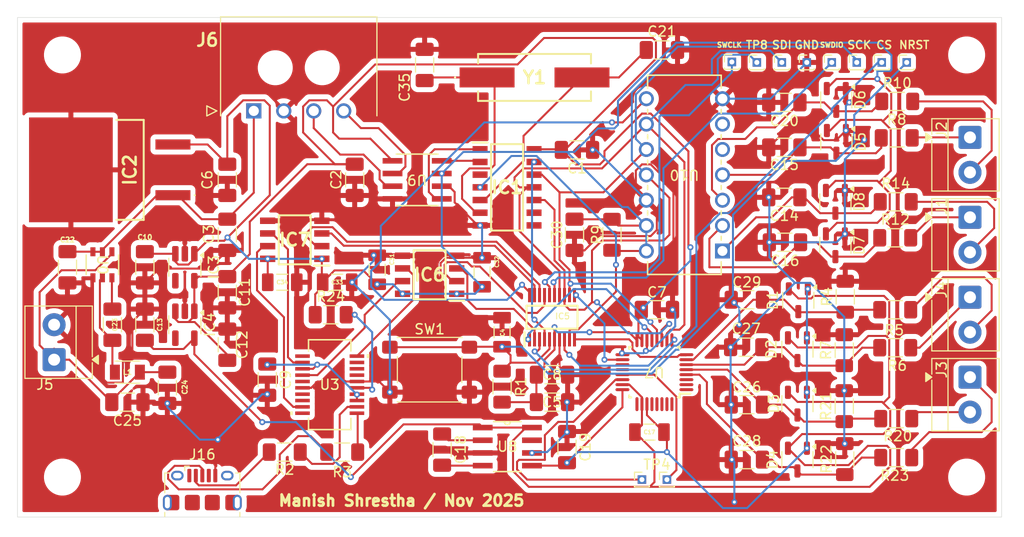
<source format=kicad_pcb>
(kicad_pcb (version 20241229) (generator "pcbnew") (generator_version "9.0")
  (layers (0 "F.Cu" signal) (2 "B.Cu" signal) (13 "F.Paste" user) (15 "B.Paste" user) (5 "F.SilkS" user "F.Silkscreen") (7 "B.SilkS" user "B.Silkscreen") (1 "F.Mask" user) (3 "B.Mask" user) (25 "Edge.Cuts" user))
  (net 0 "")
  (net 1 "+12V")
  (net 2 "+5V")
  (net 3 "Net-(U3-3V3OUT)")
  (net 4 "NRST")
  (net 5 "/5V out")
  (net 6 "Net-(U8-C1+)")
  (net 9 "-2V5")
  (net 10 "+3V3")
  (net 11 "Net-(U0-BST)")
  (net 12 "+2V5")
  (net 13 "Net-(U3-USBDM)")
  (net 14 "Net-(U3-USBDP)")
  (net 15 "CS_CAN")
  (net 16 "UART0_RX")
  (net 17 "CS_ADC4")
  (net 18 "UART0_CTS")
  (net 19 "Net-(U0-SW)")
  (net 20 "ADC_DRDY")
  (net 21 "Net-(IC5-PA20_{slash}_A6_{slash}_SWCLK)")
  (net 22 "ADC_RESET")
  (net 23 "UART0_TX")
  (net 24 "EXTERNAL_CS")
  (net 25 "UART0_RTS")
  (net 26 "Net-(IC5-PA19_{slash}_SWDIO)")
  (net 27 "Net-(D1-COM)")
  (net 36 "Net-(D2-COM)")
  (net 37 "Net-(D3-COM)")
  (net 38 "Net-(D4-COM)")
  (net 39 "Net-(D5-COM)")
  (net 40 "Net-(D6-COM)")
  (net 41 "Net-(D7-COM)")
  (net 42 "Net-(D8-COM)")
  (net 45 "Net-(IC1-TXCAN)")
  (net 46 "Net-(IC1-RXCAN)")
  (net 48 "Net-(IC1-OSC1)")
  (net 49 "ADC_START")
  (net 50 "Net-(J1-Pin_2)")
  (net 51 "Net-(J1-Pin_1)")
  (net 52 "Net-(J2-Pin_1)")
  (net 53 "Net-(J2-Pin_2)")
  (net 54 "Net-(J3-Pin_2)")
  (net 55 "Net-(J3-Pin_1)")
  (net 56 "Net-(J4-Pin_2)")
  (net 57 "Net-(J4-Pin_1)")
  (net 58 "Net-(J16-D+)")
  (net 61 "Net-(J16-D-)")
  (net 70 "CS_ADC8")
  (net 71 "Net-(U3-VCC)")
  (net 74 "UART0_TX_ISOLA")
  (net 78 "UART0_RX_ISOLA")
  (net 82 "UART0_CTS_ISOLA")
  (net 86 "CAN_L")
  (net 87 "CAN_H")
  (net 90 "Net-(U8-C1-)")
  (net 91 "UART0_RTS_ISOLA")
  (net 92 "Net-(U7-GPIO0)")
  (net 93 "Net-(U7-GPIO1)")
  (net 95 "Net-(IC1-OSC2)")
  (net 96 "SCK")
  (net 97 "SDO")
  (net 98 "CAN_FD_INT")
  (net 99 "SDI")
  (net 100 "GND")
  (footprint "Resistor_SMD:R_1206_3216Metric_Pad1.30x1.75mm_HandSolder" (layer "F.Cu") (at 217.95 93.8 180)
    (property "Reference" "R23")
    (property "Value" "~62k" (hide yes))
  )
  (footprint "Capacitor_SMD:C_1206_3216Metric_Pad1.33x1.80mm_HandSolder" (layer "F.Cu") (at 186 63 180)
    (property "Reference" "C1")
    (property "Value" "0.1uF" (hide yes))
  )
  (footprint "ADC2_AND_4:CAPC3216X100N" (layer "F.Cu") (at 193.25 91.25 180)
    (property "Reference" "C17")
    (property "Value" "330nF" (hide yes))
  )
  (footprint "Capacitor_SMD:C_1206_3216Metric_Pad1.33x1.80mm_HandSolder" (layer "F.Cu") (at 172.5 93 -90)
    (property "Reference" "C18")
    (property "Value" "47µF")
  )
  (footprint "TerminalBlock_MetzConnect:TerminalBlock_MetzConnect_Type059_RT06302HBWC_1x02_P3.50mm_Horizontal" (layer "F.Cu") (at 225.3325 61.75 -90)
    (property "Reference" "J2")
    (property "Value" "Screw_Terminal_01x02" (hide yes))
  )
  (footprint "Capacitor_SMD:C_1206_3216Metric_Pad1.33x1.80mm_HandSolder" (layer "F.Cu") (at 194.5 53)
    (property "Reference" "C21")
    (property "Value" "47pF")
  )
  (footprint "LV-Sensor-Footprints-Lib:SOIC127P600X175-8N" (layer "F.Cu") (at 171.25 75.5 180)
    (property "Reference" "IC6")
    (property "Value" "ISO6721BDR" (hide yes))
  )
  (footprint "Capacitor_SMD:C_1206_3216Metric_Pad1.33x1.80mm_HandSolder" (layer "F.Cu") (at 135 74.75 -90)
    (property "Reference" "C22")
    (property "Value" "10uF" (hide yes))
  )
  (footprint "Capacitor_SMD:C_1206_3216Metric_Pad1.33x1.80mm_HandSolder" (layer "F.Cu") (at 185 92.75 -90)
    (property "Reference" "C19")
    (property "Value" "47µF")
  )
  (footprint "Resistor_SMD:R_1206_3216Metric_Pad1.30x1.75mm_HandSolder" (layer "F.Cu") (at 156.75 93.25)
    (property "Reference" "R2")
    (property "Value" "27R" (hide yes))
  )
  (footprint "LV-Sensor-Footprints-Lib:SSOP-20_FTD" (layer "F.Cu") (at 161.25 86.5)
    (property "Reference" "U3")
    (property "Value" "FT231XS-R" (hide yes))
  )
  (footprint "LV-Sensor-Footprints-Lib:AP6320xWU-7_DIO" (layer "F.Cu") (at 138.5 74.5 -90)
    (property "Reference" "U0")
    (property "Value" "AP63205WU-7" (hide yes))
  )
  (footprint "Package_TO_SOT_SMD:SOT-23-3" (layer "F.Cu") (at 211.9625 62.2 -90)
    (property "Reference" "D5")
    (property "Value" "BAT54S" (hide yes))
  )
  (footprint "Resistor_SMD:R_1206_3216Metric_Pad1.30x1.75mm_HandSolder" (layer "F.Cu") (at 218.05 58.15)
    (property "Reference" "R10")
    (property "Value" "20k" (hide yes))
  )
  (footprint "Connector_PinHeader_1.00mm:PinHeader_1x01_P1.00mm_Vertical" (layer "F.Cu") (at 214 54.25)
    (property "Reference" "TP10" (hide yes))
    (property "Value" "TestPoint" (hide yes))
  )
  (footprint "Package_TO_SOT_SMD:SOT-23-3" (layer "F.Cu") (at 211.95 58 -90)
    (property "Reference" "D6")
    (property "Value" "BAT54S" (hide yes))
  )
  (footprint "Capacitor_SMD:C_1206_3216Metric_Pad1.33x1.80mm_HandSolder" (layer "F.Cu") (at 139.5 80.5 -90)
    (property "Reference" "C23")
    (property "Value" "0.1uF" (hide yes))
  )
  (footprint "Package_TO_SOT_SMD:SOT-23-3" (layer "F.Cu") (at 208.0625 88.4 -90)
    (property "Reference" "D3")
    (property "Value" "BAT54S" (hide yes))
  )
  (footprint "Package_TO_SOT_SMD:SOT-23-3" (layer "F.Cu") (at 208.0625 82.95 -90)
    (property "Reference" "D2")
    (property "Value" "BAT54S" (hide yes))
  )
  (footprint "TerminalBlock_MetzConnect:TerminalBlock_MetzConnect_Type059_RT06302HBWC_1x02_P3.50mm_Horizontal" (layer "F.Cu") (at 133.6675 84 90)
    (property "Reference" "J5")
    (property "Value" "Screw_Terminal_01x02" (hide yes))
  )
  (footprint "TerminalBlock_MetzConnect:TerminalBlock_MetzConnect_Type059_RT06302HBWC_1x02_P3.50mm_Horizontal" (layer "F.Cu") (at 225.3325 77.75 -90)
    (property "Reference" "J4")
    (property "Value" "Screw_Terminal_01x02" (hide yes))
  )
  (footprint "ADC2_AND_4:CAPC3216X140N" (layer "F.Cu") (at 178.5 81.25 -90)
    (property "Reference" "C4")
    (property "Value" "0.01 uF" (hide yes))
  )
  (footprint "Capacitor_SMD:C_1206_3216Metric_Pad1.33x1.80mm_HandSolder" (layer "F.Cu") (at 155 86 -90)
    (property "Reference" "C9")
    (property "Value" "0.1uF")
  )
  (footprint "Package_TO_SOT_SMD:SOT-23-3" (layer "F.Cu") (at 211.8625 72.55 -90)
    (property "Reference" "D7")
    (property "Value" "BAT54S" (hide yes))
  )
  (footprint "MountingHole:MountingHole_3.2mm_M3" (layer "F.Cu") (at 225 53.5 90)
    (property "Reference" "H2" (hide yes))
    (property "Value" "MountingHole" (hide yes))
  )
  (footprint "LV-Sensor-Footprints-Lib:SOIC8_4P9X3P9MC_MCH" (layer "F.Cu") (at 170 66 180)
    (property "Reference" "U9")
    (property "Value" "ATA6561-GAQW-N" (hide yes))
  )
  (footprint "Capacitor_SMD:C_1206_3216Metric_Pad1.33x1.80mm_HandSolder" (layer "F.Cu") (at 142.75 74.75 90)
    (property "Reference" "C10")
    (property "Value" "1uF" (hide yes))
  )
  (footprint "Package_TO_SOT_SMD:SOT-23-3" (layer "F.Cu") (at 208.0625 94 -90)
    (property "Reference" "D4")
    (property "Value" "BAT54S" (hide yes))
  )
  (footprint "Resistor_SMD:R_1206_3216Metric_Pad1.30x1.75mm_HandSolder" (layer "F.Cu") (at 217.95 89.9)
    (property "Reference" "R20")
    (property "Value" "~62k" (hide yes))
  )
  (footprint "LV-Sensor-Footprints-Lib:M08A" (layer "F.Cu") (at 179.02825 92.6996)
    (property "Reference" "U8")
    (property "Value" "LM2662MX/NOPB" (hide yes))
  )
  (footprint "Capacitor_SMD:C_1206_3216Metric_Pad1.33x1.80mm_HandSolder" (layer "F.Cu") (at 203 88.5 180)
    (property "Reference" "C26")
    (property "Value" "0.1uF" (hide yes))
  )
  (footprint "Resistor_SMD:R_1206_3216Metric_Pad1.30x1.75mm_HandSolder" (layer "F.Cu") (at 217.85 82.8 180)
    (property "Reference" "R6")
    (property "Value" "~62k" (hide yes))
  )
  (footprint "Connector_PinHeader_1.00mm:PinHeader_1x01_P1.00mm_Vertical" (layer "F.Cu") (at 209 54.25)
    (property "Reference" "TP5" (hide yes))
    (property "Value" "TestPoint" (hide yes))
  )
  (footprint "Resistor_SMD:R_1206_3216Metric_Pad1.30x1.75mm_HandSolder" (layer "F.Cu") (at 212.75 88.65 90)
    (property "Reference" "R21")
    (property "Value" "10k" (hide yes))
  )
  (footprint "Capacitor_SMD:C_1206_3216Metric_Pad1.33x1.80mm_HandSolder" (layer "F.Cu") (at 206.75 58.25 180)
    (property "Reference" "C20")
    (property "Value" "0.1uF" (hide yes))
  )
  (footprint "Connector_PinHeader_1.00mm:PinHeader_1x01_P1.00mm_Vertical" (layer "F.Cu") (at 211.5 54.25)
    (property "Reference" "TP2" (hide yes))
    (property "Value" "TestPoint" (hide yes))
  )
  (footprint "Connector_PinHeader_1.00mm:PinHeader_1x01_P1.00mm_Vertical" (layer "F.Cu") (at 216.5 54.25)
    (property "Reference" "TP7" (hide yes))
    (property "Value" "TestPoint" (hide yes))
  )
  (footprint "Resistor_SMD:R_1206_3216Metric_Pad1.30x1.75mm_HandSolder" (layer "F.Cu") (at 212.8 93.95 90)
    (property "Reference" "R22")
    (property "Value" "10k" (hide yes))
  )
  (footprint "LV-Sensor-Footprints-Lib:SOIC127P600X175-8N" (layer "F.Cu") (at 157.75 72 180)
    (property "Reference" "IC7")
    (property "Value" "ISO6721BDR" (hide yes))
  )
  (footprint "Capacitor_SMD:C_1206_3216Metric_Pad1.33x1.80mm_HandSolder" (layer "F.Cu") (at 142.75 80.5 90)
    (property "Reference" "C13")
    (property "Value" "1uF" (hide yes))
  )
  (footprint "Button_Switch_SMD:SW_SPST_PTS645Sx43SMTR92" (layer "F.Cu") (at 171.25 85)
    (property "Reference" "SW1")
    (property "Value" "SW_Push" (hide yes))
  )
  (footprint "TerminalBlock_MetzConnect:TerminalBlock_MetzConnect_Type059_RT06302HBWC_1x02_P3.50mm_Horizontal" (layer "F.Cu") (at 225.3325 69.75 -90)
    (property "Reference" "J1")
    (property "Value" "Screw_Terminal_01x02" (hide yes))
  )
  (footprint "Resistor_SMD:R_1206_3216Metric_Pad1.30x1.75mm_HandSolder" (layer "F.Cu") (at 178.5 86.699999 -90)
    (property "Reference" "R1")
    (property "Value" "47.5k" (hide yes))
  )
  (footprint "Capacitor_SMD:C_1206_3216Metric_Pad1.33x1.80mm_HandSolder" (layer "F.Cu") (at 206.75 62.75)
    (property "Reference" "C15")
    (property "Value" "0.1uF" (hide yes))
  )
  (footprint "Resistor_SMD:R_1206_3216Metric_Pad1.30x1.75mm_HandSolder" (layer "F.Cu") (at 162.5 93.25)
    (property "Reference" "R3")
    (property "Value" "27R" (hide yes))
  )
  (footprint "Connector_USB:USB_Micro-B_Amphenol_10118194-0001LF_Horizontal" (layer "F.Cu") (at 148.5 97)
    (property "Reference" "J16")
    (property "Value" "USB_B_Micro" (hide yes))
  )
  (footprint "Capacitor_SMD:C_1206_3216Metric_Pad1.33x1.80mm_HandSolder" (layer "F.Cu") (at 203 78 180)
    (property "Reference" "C29")
    (property "Value" "0.1uF" (hide yes))
  )
  (footprint "Resistor_SMD:R_1206_3216Metric_Pad1.30x1.75mm_HandSolder" (layer "F.Cu") (at 212.85 77.7 90)
    (property "Reference" "R4")
    (property "Value" "10k" (hide yes))
  )
  (footprint "Inductor_SMD:L_TDK_NLV25_2.5x2.0mm" (layer "F.Cu") (at 141 85.25 180)
    (property "Reference" "L1")
    (property "Value" "4.7uH" (hide yes))
  )
  (footprint "Connector_PinHeader_1.00mm:PinHeader_1x01_P1.00mm_Vertical" (layer "F.Cu") (at 195 96)
    (property "Reference" "TP4")
    (property "Value" "TestPoint" (hide yes))
  )
  (footprint "Resistor_SMD:R_1206_3216Metric_Pad1.30x1.75mm_HandSolder" (layer "F.Cu") (at 161.35 79.5)
    (property "Reference" "R24")
    (property "Value" "10k")
  )
  (footprint "Capacitor_SMD:C_1206_3216Metric_Pad1.33x1.80mm_HandSolder" (layer "F.Cu") (at 151 71.5 90)
    (property "Reference" "C3")
    (property "Value" "10uF" (hide yes))
  )
  (footprint "Capacitor_SMD:C_1206_3216Metric_Pad1.33x1.80mm_HandSolder" (layer "F.Cu") (at 203 94)
    (property "Reference" "C28")
    (property "Value" "0.1uF" (hide yes))
  )
  (footprint "Capacitor_SMD:C_1206_3216Metric_Pad1.33x1.80mm_HandSolder" (layer "F.Cu") (at 151 82.5 90)
    (property "Reference" "C12")
    (property "Value" "1uF" (hide yes))
  )
  (footprint "Resistor_SMD:R_1206_3216Metric_Pad1.30x1.75mm_HandSolder" (layer "F.Cu") (at 189.5 71.5 -90)
    (property "Reference" "R9")
    (property "Value" "20k")
  )
  (footprint "ADC2_AND_4:CAPC3216X140N" (layer "F.Cu") (at 166 75 -90)
    (property "Reference" "C31")
    (property "Value" "0.01uF" (hide yes))
  )
  (footprint "LV-Sensor-Footprints-Lib:SOP50P490X110-20N" (layer "F.Cu") (at 183.5 79.75 90)
    (property "Reference" "IC5")
    (property "Value" "MSPM0C1104SDGS20R" (hide yes))
  )
  (footprint "Capacitor_SMD:C_1206_3216Metric_Pad1.33x1.80mm_HandSolder" (layer "F.Cu") (at 183.5 88.25)
    (property "Reference" "C5")
    (property "Value" "10uF" (hide yes))
  )
  (footprint "TerminalBlock_MetzConnect:TerminalBlock_MetzConnect_Type059_RT06302HBWC_1x02_P3.50mm_Horizontal" (layer "F.Cu") (at 225.3325 85.75 -90)
    (property "Reference" "J3")
    (property "Value" "Screw_Terminal_01x02" (hide yes))
  )
  (footprint "Capacitor_SMD:C_1206_3216Metric_Pad1.33x1.80mm_HandSolder" (layer "F.Cu") (at 206.8125 72.25 180)
    (property "Reference" "C16")
    (property "Value" "0.1uF" (hide yes))
  )
  (footprint "LV-Sensor-Footprints-Lib:PBS0032A_N" (layer "F.Cu") (at 193.75 85.25 180)
    (property "Reference" "U7")
    (property "Value" "ADS114S06BIPBSR" (hide yes))
  )
  (footprint "ADC2_AND_4:CAPC3216X140N" (layer "F.Cu") (at 176.5 75.25 -90)
    (property "Reference" "C32")
    (property "Value" "0.01uF" (hide yes))
  )
  (footprint "MountingHole:MountingHole_3.2mm_M3" (layer "F.Cu") (at 225 95.75 90)
    (property "Reference" "H3" (hide yes))
    (property "Value" "MountingHole" (hide yes))
  )
  (footprint "Capacitor_SMD:C_1206_3216Metric_Pad1.33x1.80mm_HandSolder" (layer "F.Cu") (at 145 86.8125 90)
    (property "Reference" "C24")
    (property "Value" "22uF" (hide yes))
  )
  (footprint "Capacitor_SMD:C_1206_3216Metric_Pad1.33x1.80mm_HandSolder" (layer "F.Cu") (at 183.5 85.5)
    (property "Reference" "C8")
    (property "Value" "0.1uF")
  )
  (footprint "Package_TO_SOT_SMD:SOT-23-5_HandSoldering" (layer "F.Cu") (at 146.75 80.5 -90)
    (property "Reference" "IC4")
    (property "Value" "TLV74125PDBVR" (hide yes))
  )
  (footprint "Capacitor_SMD:C_1206_3216Metric_Pad1.33x1.80mm_HandSolder" (layer "F.Cu") (at 170.75 54.5 90)
    (property "Reference" "C35")
    (property "Value" "47pF")
  )
  (footprint "Package_TO_SOT_SMD:SOT-23-3" (layer "F.Cu") (at 211.8625 68.2 -90)
    (property "Reference" "D8")
    (property "Value" "BAT54S" (hide yes))
  )
  (footprint "Package_TO_SOT_SMD:SOT-23-5_HandSoldering" (layer "F.Cu") (at 146.75 74.75 -90)
    (property "Reference" "IC3")
    (property "Value" "TLV74133PDBVR" (hide yes))
  )
  (footprint "ADC2_AND_4:CAPC3216X140N" (layer "F.Cu") (at 156.5 76.25 180)
    (property "Reference" "C34")
    (property "Value" "0.01uF" (hide yes))
  )
  (footprint "Resistor_SMD:R_1206_3216Metric_Pad1.30x1.75mm_HandSolder" (layer "F.Cu") (at 217.85 71.8)
    (property "Reference" "R12")
    (property "Value" "20k" (hide yes))
  )
  (footprint "Connector_PinHeader_1.00mm:PinHeader_1x01_P1.00mm_Vertical" (layer "F.Cu") (at 192.5 96)
    (property "Reference" "TP3" (hide yes))
    (property "Value" "TestPoint" (hide yes))
  )
  (footprint "Resistor_SMD:R_1206_3216Metric_Pad1.30x1.75mm_HandSolder" (layer "F.Cu") (at 212.75 83.05 90)
    (property "Reference" "R7")
    (property "Value" "10k" (hide yes))
  )
  (footprint "Package_TO_SOT_SMD:SOT-23-3" (layer "F.Cu") (at 208.15 78.05 -90)
    (property "Reference" "D1")
    (property "Value" "BAT54S" (hide yes))
  )
  (footprint "LV-Sensor-Footprints-Lib:830017146" (layer "F.Cu") (at 181.75 55.75)
    (property "Reference" "Y1")
    (property "Value" "830017146" (hide yes))
  )
  (footprint "Connector_PinHeader_1.00mm:PinHeader_1x01_P1.00mm_Vertical" (layer "F.Cu") (at 204 54.25)
    (property "Reference" "TP8")
    (property "Value" "TestPoint" (hide yes))
  )
  (footprint "Capacitor_SMD:C_1206_3216Metric_Pad1.33x1.80mm_HandSolder" (layer "F.Cu") (at 206.75 67.75 180)
    (property "Reference" "C14")
    (property "Value" "0.1uF" (hide yes))
  )
  (footprint "MountingHole:MountingHole_3.2mm_M3" (layer "F.Cu") (at 134.5 53.5 -90)
    (property "Reference" "H1" (hide yes))
    (property "Value" "MountingHole" (hide yes))
  )
  (footprint "Connector_PinHeader_1.00mm:PinHeader_1x01_P1.00mm_Vertical" (layer "F.Cu") (at 206.5 54.25)
    (property "Reference" "TP9" (hide yes))
    (property "Value" "TestPoint" (hide yes))
  )
  (footprint "Connector_PinHeader_1.00mm:PinHeader_1x01_P1.00mm_Vertical" (layer "F.Cu") (at 219 54.25)
    (property "Reference" "TP6" (hide yes))
    (property "Value" "TestPoint" (hide yes))
  )
  (footprint "Capacitor_SMD:C_1206_3216Metric_Pad1.33x1.80mm_HandSolder" (layer "F.Cu") (at 194 79 180)
    (property "Reference" "C7")
    (property "Value" "0.1uF" (hide yes))
  )
  (footprint "LV-Sensor-Footprints-Lib:MC7805CD2TR4G" (layer "F.Cu") (at 139.5 65 90)
    (property "Reference" "IC2")
    (property "Value" "MC7805CD2TR4G" (hide yes))
  )
  (footprint "MountingHole:MountingHole_3.2mm_M3" (layer "F.Cu") (at 134.5 95.75 -90)
    (property "Reference" "H4" (hide yes))
    (property "Value" "MountingHole" (hide yes))
  )
  (footprint "Resistor_SMD:R_1206_3216Metric_Pad1.30x1.75mm_HandSolder" (layer "F.Cu") (at 218 61.8)
    (property "Reference" "R8")
    (property "Value" "20k" (hide yes))
  )
  (footprint "Resistor_SMD:R_1206_3216Metric_Pad1.30x1.75mm_HandSolder" (layer "F.Cu") (at 217.9 68.2)
    (property "Reference" "R14")
    (property "Value" "20k" (hide yes))
  )
  (footprint "Capacitor_SMD:C_1206_3216Metric_Pad1.33x1.80mm_HandSolder" (layer "F.Cu") (at 151 66 -90)
    (property "Reference" "C6")
    (property "Value" "10uF" (hide yes))
  )
  (footprint "Capacitor_SMD:C_1206_3216Metric_Pad1.33x1.80mm_HandSolder" (layer "F.Cu") (at 185.75 71.5 -90)
    (property "Reference" "C30")
    (property "Value" "0.1uF" (hide yes))
  )
  (footprint "Capacitor_SMD:C_1206_3216Metric_Pad1.33x1.80mm_HandSolder" (layer "F.Cu") (at 163.75 66 90)
    (property "Reference" "C2")
    (property "Value" "0.1uF" (hide yes))
  )
  (footprint "Capacitor_SMD:C_1206_3216Metric_Pad1.33x1.80mm_HandSolder" (layer "F.Cu") (at 151 77.25 -90)
    (property "Reference" "C11")
    (property "Value" "1uF" (hide yes))
  )
  (footprint "Connector_PinHeader_1.00mm:PinHeader_1x01_P1.00mm_Vertical" (layer "F.Cu") (at 201.5 54.2)
    (property "Reference" "TP1" (hide yes))
    (property "Value" "TestPoint" (hide yes))
  )
  (footprint "ADC2_AND_4:CAN_FD_SOIC127P600X175-14N" (layer "F.Cu") (at 179 66.75)
    (property "Reference" "IC1")
    (property "Value" "MCP2517FDT-H_SL" (hide yes))
  )
  (footprint "ADC2_AND_4:CAPC3216X140N" (layer "F.Cu") (at 162 76.25 180)
    (property "Reference" "C33")
    (property "Value" "0.01uF" (hide yes))
  )
  (footprint "Resistor_SMD:R_1206_3216Metric_Pad1.30x1.75mm_HandSolder" (layer "F.Cu") (at 217.85 79)
    (property "Reference" "R5")
    (property "Value" "~62k" (hide yes))
  )
  (footprint "Capacitor_SMD:C_1206_3216Metric_Pad1.33x1.80mm_HandSolder" (layer "F.Cu") (at 202.9375 82.75)
    (property "Reference" "C27")
    (property "Value" "0.1uF" (hide yes))
  )
  (footprint "ADC2_AND_4:PDIP14_300MC_MCH" (layer "F.Cu") (at 200.56 73.12 180)
    (property "Reference" "U10")
    (property "Value" "MCP3204-CI/P" (hide yes))
  )
  (footprint "Capacitor_SMD:C_1206_3216Metric_Pad1.33x1.80mm_HandSolder" (layer "F.Cu") (at 141 88.25 180)
    (property "Reference" "C25")
    (property "Value" "22uF" (hide yes))
  )
  (footprint "LV-Sensor-Footprints-Lib:43650-04_00,01,02_" (layer "F.Cu") (at 153.65 59.1004 180)
    (property "Reference" "J6")
    (property "Value" "43650-0401" (hide yes))
  )
  (gr_rect (start 130 49.75) (end 228.5 99.75) (stroke (width 0.05)) (fill no) (layer "Edge.Cuts"))
  (gr_text "Manish Shrestha / Nov 2025" (at 156 98.75 0) (layer "F.SilkS") (effects (font (size 1.1 1.1) (thickness 0.275) (bold yes)) (justify left bottom)))
  (gr_text "NRST" (at 219.75 52.5 0) (layer "F.SilkS") (effects (font (size 0.8 0.8))))
  (gr_text "SWDIO" (at 211.5 52.5 0) (layer "F.SilkS") (effects (font (size 0.5 0.5) (thickness 0.125))))
  (gr_text "SDI" (at 206.5 52.5 0) (layer "F.SilkS") (effects (font (size 0.8 0.8))))
  (gr_text "SWCLK" (at 201.25 52.5 0) (layer "F.SilkS") (effects (font (size 0.5 0.5) (thickness 0.125))))
  (gr_text "SCK" (at 214.25 52.5 0) (layer "F.SilkS") (effects (font (size 0.8 0.8))))
  (gr_text "CS" (at 216.75 52.5 0) (layer "F.SilkS") (effects (font (size 0.8 0.8))))
  (gr_text "GND" (at 209 52.5 0) (layer "F.SilkS") (effects (font (size 0.8 0.8))))
  (segment (start 153.65 67.2875) (end 153.65 59.1004) (width 0.2) (layer "F.Cu") (net 1))
  (segment (start 143.9614 67.54) (end 145.559 67.54) (width 0.2) (layer "F.Cu") (net 1))
  (segment (start 148.4375 69.9375) (end 151 69.9375) (width 0.2) (layer "F.Cu") (net 1))
  (segment (start 138.5 73.19825) (end 138.5 73.0014) (width 0.2) (layer "F.Cu") (net 1))
  (segment (start 145.559 67.54) (end 146.04 67.54) (width 0.2) (layer "F.Cu") (net 1))
  (segment (start 137.539249 73.1875) (end 137.549999 73.19825) (width 0.2) (layer "F.Cu") (net 1))
  (segment (start 138.5 73.0014) (end 143.9614 67.54) (width 0.2) (layer "F.Cu") (net 1))
  (segment (start 135 73.1875) (end 137.539249 73.1875) (width 0.2) (layer "F.Cu") (net 1))
  (segment (start 137.549999 73.19825) (end 138.5 73.19825) (width 0.2) (layer "F.Cu") (net 1))
  (segment (start 151 69.9375) (end 153.65 67.2875) (width 0.2) (layer "F.Cu") (net 1))
  (segment (start 146.04 67.54) (end 148.4375 69.9375) (width 0.2) (layer "F.Cu") (net 1))
  (segment (start 217.301 69.06016) (end 217.301 67.33984) (width 0.2) (layer "F.Cu") (net 2))
  (segment (start 216.46116 60) (end 212.391968 60) (width 0.2) (layer "F.Cu") (net 2))
  (segment (start 216.23058 66.26942) (end 217.401 65.099) (width 0.2) (layer "F.Cu") (net 2))
  (segment (start 160.547 76.25) (end 160.547 76.703) (width 0.2) (layer "F.Cu") (net 2))
  (segment (start 151 59.6284) (end 151 64.4375) (width 0.2) (layer "F.Cu") (net 2))
  (segment (start 150.68716 72.099) (end 149.001 72.099) (width 0.2) (layer "F.Cu") (net 2))
  (segment (start 155.25 58.5784) (end 154.711 58.0394) (width 0.2) (layer "F.Cu") (net 2))
  (segment (start 155.047 76.25) (end 155.047 73.913) (width 0.2) (layer "F.Cu") (net 2))
  (segment (start 147.7 73.4) (end 147.7 73.88999) (width 0.2) (layer "F.Cu") (net 2))
  (segment (start 216.23058 66.26942) (end 216.06016 66.099) (width 0.2) (layer "F.Cu") (net 2))
  (segment (start 160.547 76.047) (end 160.461 75.961) (width 0.2) (layer "F.Cu") (net 2))
  (segment (start 149.0225 62.46) (end 151 64.4375) (width 0.2) (layer "F.Cu") (net 2))
  (segment (start 161.733 75.064) (end 164.611 75.064) (width 0.2) (layer "F.Cu") (net 2))
  (segment (start 217.451 57.28984) (end 216.06016 55.899) (width 0.2) (layer "F.Cu") (net 2))
  (segment (start 154.711 58.0394) (end 152.589 58.0394) (width 0.2) (layer "F.Cu") (net 2))
  (segment (start 145.8 74.179999) (end 145.8 73.4) (width 0.2) (layer "F.Cu") (net 2))
  (segment (start 145.559 62.46) (end 149.0225 62.46) (width 0.2) (layer "F.Cu") (net 2))
  (segment (start 211.329468 61.0625) (end 211.0125 61.0625) (width 0.2) (layer "F.Cu") (net 2))
  (segment (start 147.7 73.88999) (end 147.10899 74.481) (width 0.2) (layer "F.Cu") (net 2))
  (segment (start 166 76.453) (end 166 76.5) (width 0.2) (layer "F.Cu") (net 2))
  (segment (start 160.547 76.25) (end 161.733 75.064) (width 0.2) (layer "F.Cu") (net 2))
  (segment (start 217.301 67.33984) (end 216.23058 66.26942) (width 0.2) (layer "F.Cu") (net 2))
  (segment (start 189.57 73.12) (end 189.5 73.05) (width 0.2) (layer "F.Cu") (net 2))
  (segment (start 216.60558 60.14442) (end 216.46116 60) (width 0.2) (layer "F.Cu") (net 2))
  (segment (start 185.7625 69.95) (end 185.75 69.9375) (width 0.2) (layer "F.Cu") (net 2))
  (segment (start 142.9625 73.4) (end 142.75 73.1875) (width 0.2) (layer "F.Cu") (net 2))
  (segment (start 159.8 77.45) (end 159.8 79.5) (width 0.2) (layer "F.Cu") (net 2))
  (segment (start 216.06016 66.099) (end 211.876 66.099) (width 0.2) (layer "F.Cu") (net 2))
  (segment (start 160.547 76.25) (end 160.547 76.047) (width 0.2) (layer "F.Cu") (net 2))
  (segment (start 216.06016 55.899) (end 211.9635 55.899) (width 0.2) (layer "F.Cu") (net 2))
  (segment (start 146.101001 74.481) (end 145.8 74.179999) (width 0.2) (layer "F.Cu") (net 2))
  (segment (start 211.876 66.099) (end 210.9125 67.0625) (width 0.2) (layer "F.Cu") (net 2))
  (segment (start 192.94 73.12) (end 189.57 73.12) (width 0.2) (layer "F.Cu") (net 2))
  (segment (start 160.461 75.961) (end 160.461 73.905) (width 0.2) (layer "F.Cu") (net 2))
  (segment (start 190.13 70.58) (end 192.94 70.58) (width 0.2) (layer "F.Cu") (net 2))
  (segment (start 212.391968 60) (end 211.329468 61.0625) (width 0.2) (layer "F.Cu") (net 2))
  (segment (start 160.547 76.703) (end 159.8 77.45) (width 0.2) (layer "F.Cu") (net 2))
  (segment (start 155.25 67.53616) (end 155.25 58.5784) (width 0.2) (layer "F.Cu") (net 2))
  (segment (start 211.9635 55.899) (end 211 56.8625) (width 0.2) (layer "F.Cu") (net 2))
  (segment (start 210.9125 71.4125) (end 212.024 70.301) (width 0.2) (layer "F.Cu") (net 2))
  (segment (start 152.589 58.0394) (end 151 59.6284) (width 0.2) (layer "F.Cu") (net 2))
  (segment (start 164.611 75.064) (end 166 76.453) (width 0.2) (layer "F.Cu") (net 2))
  (segment (start 189.5 69.95) (end 185.7625 69.95) (width 0.2) (layer "F.Cu") (net 2))
  (segment (start 189.5 69.95) (end 190.13 70.58) (width 0.2) (layer "F.Cu") (net 2))
  (segment (start 151.01808 71.76808) (end 155.25 67.53616) (width 0.2) (layer "F.Cu") (net 2))
  (segment (start 151.01808 71.76808) (end 150.68716 72.099) (width 0.2) (layer "F.Cu") (net 2))
  (segment (start 147.10899 74.481) (end 146.101001 74.481) (width 0.2) (layer "F.Cu") (net 2))
  (segment (start 145.8 73.4) (end 142.9625 73.4) (width 0.2) (layer "F.Cu") (net 2))
  (segment (start 217.401 60.93984) (end 216.60558 60.14442) (width 0.2) (layer "F.Cu") (net 2))
  (segment (start 155.047 73.913) (end 155.039 73.905) (width 0.2) (layer "F.Cu") (net 2))
  (segment (start 217.451 59.299) (end 217.451 57.28984) (width 0.2) (layer "F.Cu") (net 2))
  (segment (start 217.401 65.099) (end 217.401 60.93984) (width 0.2) (layer "F.Cu") (net 2))
  (segment (start 212.024 70.301) (end 216.06016 70.301) (width 0.2) (layer "F.Cu") (net 2))
  (segment (start 216.60558 60.14442) (end 217.451 59.299) (width 0.2) (layer "F.Cu") (net 2))
  (segment (start 216.06016 70.301) (end 217.301 69.06016) (width 0.2) (layer "F.Cu") (net 2))
  (segment (start 149.001 72.099) (end 147.7 73.4) (width 0.2) (layer "F.Cu") (net 2))
  (via (at 176.5 76.703) (size 0.6) (drill 0.3) (layers "F.Cu" "B.Cu") (net 2))
  (via (at 151.01808 71.76808) (size 0.6) (drill 0.3) (layers "F.Cu" "B.Cu") (net 2))
  (via (at 160.461 73.905) (size 0.6) (drill 0.3) (layers "F.Cu" "B.Cu") (net 2))
  (via (at 172.4638 65.365) (size 0.6) (drill 0.3) (layers "F.Cu" "B.Cu") (net 2))
  (via (at 166 76.453) (size 0.6) (drill 0.3) (layers "F.Cu" "B.Cu") (net 2))
  (via (at 216.06016 55.899) (size 0.6) (drill 0.3) (layers "F.Cu" "B.Cu") (net 2))
  (via (at 173.961 77.405) (size 0.6) (drill 0.3) (layers "F.Cu" "B.Cu") (net 2))
  (via (at 168.539 77.405) (size 0.6) (drill 0.3) (layers "F.Cu" "B.Cu") (net 2))
  (via (at 155.039 73.905) (size 0.6) (drill 0.3) (layers "F.Cu" "B.Cu") (net 2))
  (segment (start 217.476 53.524) (end 216.223 52.271) (width 0.2) (layer "B.Cu") (net 2))
  (segment (start 217.34384 55.10816) (end 217.476 54.976) (width 0.2) (layer "B.Cu") (net 2))
  (segment (start 216.06016 55.10816) (end 216.06016 55.899) (width 0.2) (layer "B.Cu") (net 2))
  (segment (start 190.101 58.099452) (end 190.101 60.498943) (width 0.2) (layer "B.Cu") (net 2))
  (segment (start 189.748943 60.851) (end 188.101 60.851) (width 0.2) (layer "B.Cu") (net 2))
  (segment (start 168.539 77.405) (end 173.961 77.405) (width 0.2) (layer "B.Cu") (net 2))
  (segment (start 166 76.453) (end 167.587 76.453) (width 0.2) (layer "B.Cu") (net 2))
  (segment (start 192.94 70.58) (end 191.0877 68.7277) (width 0.2) (layer "B.Cu") (net 2))
  (segment (start 155.039 73.905) (end 153.155 73.905) (width 0.2) (layer "B.Cu") (net 2))
  (segment (start 172.4638 65.365) (end 174.6208 63.208) (width 0.2) (layer "B.Cu") (net 2))
  (segment (start 174.6208 63.208) (end 185 63.208) (width 0.2) (layer "B.Cu") (net 2))
  (segment (start 217.476 54.976) (end 217.476 53.524) (width 0.2) (layer "B.Cu") (net 2))
  (segment (start 191.100226 57.100226) (end 190.225226 57.975226) (width 0.2) (layer "B.Cu") (net 2))
  (segment (start 176.5 76.703) (end 172.4638 72.6668) (width 0.2) (layer "B.Cu") (net 2))
  (segment (start 172.4638 72.6668) (end 172.4638 65.365) (width 0.2) (layer "B.Cu") (net 2))
  (segment (start 175.798 77.405) (end 176.5 76.703) (width 0.2) (layer "B.Cu") (net 2))
  (segment (start 191.0877 68.7277) (end 190.5197 68.7277) (width 0.2) (layer "B.Cu") (net 2))
  (segment (start 167.587 76.453) (end 168.539 77.405) (width 0.2) (layer "B.Cu") (net 2))
  (segment (start 155.039 73.905) (end 160.461 73.905) (width 0.2) (layer "B.Cu") (net 2))
  (segment (start 185 63.208) (end 185.568 63.208) (width 0.2) (layer "B.Cu") (net 2))
  (segment (start 188.101 60.851) (end 185.744 63.208) (width 0.2) (layer "B.Cu") (net 2))
  (segment (start 216.06016 55.10816) (end 217.34384 55.10816) (width 0.2) (layer "B.Cu") (net 2))
  (segment (start 153.155 73.905) (end 151.01808 71.76808) (width 0.2) (layer "B.Cu") (net 2))
  (segment (start 190.225226 57.975226) (end 190.101 58.099452) (width 0.2) (layer "B.Cu") (net 2))
  (segment (start 185.744 63.208) (end 185.568 63.208) (width 0.2) (layer "B.Cu") (net 2))
  (segment (start 173.961 77.405) (end 175.798 77.405) (width 0.2) (layer "B.Cu") (net 2))
  (segment (start 191.0877 57.112751) (end 191.100226 57.100226) (width 0.2) (layer "B.Cu") (net 2))
  (segment (start 192.94 73.12) (end 192.94 70.58) (width 0.2) (layer "B.Cu") (net 2))
  (segment (start 195.929452 52.271) (end 190.225226 57.975226) (width 0.2) (layer "B.Cu") (net 2))
  (segment (start 216.223 52.271) (end 195.929452 52.271) (width 0.2) (layer "B.Cu") (net 2))
  (segment (start 190.5197 68.7277) (end 185 63.208) (width 0.2) (layer "B.Cu") (net 2))
  (segment (start 190.101 60.498943) (end 189.748943 60.851) (width 0.2) (layer "B.Cu") (net 2))
  (segment (start 155 84.547) (end 155 84.5) (width 0.2) (layer "F.Cu") (net 3))
  (segment (start 163.97415 88.0875) (end 163.97415 87.4525) (width 0.2) (layer "F.Cu") (net 3))
  (segment (start 159.5875 84.9125) (end 160 84.5) (width 0.2) (layer "F.Cu") (net 3))
  (segment (start 158.52585 84.9125) (end 159.5875 84.9125) (width 0.2) (layer "F.Cu") (net 3))
  (via (at 163.97415 87.495301) (size 0.6) (drill 0.3) (layers "F.Cu" "B.Cu") (net 3))
  (via (at 155 84.5) (size 0.6) (drill 0.3) (layers "F.Cu" "B.Cu") (net 3))
  (via (at 160 84.5) (size 0.6) (drill 0.3) (layers "F.Cu" "B.Cu") (net 3))
  (segment (start 155 84.5) (end 160 84.5) (width 0.2) (layer "B.Cu") (net 3))
  (segment (start 160 84.5) (end 160.978849 84.5) (width 0.2) (layer "B.Cu") (net 3))
  (segment (start 160.978849 84.5) (end 163.97415 87.495301) (width 0.2) (layer "B.Cu") (net 3))
  (segment (start 179.350998 84.299) (end 178.5 85.149998) (width 0.2) (layer "F.Cu") (net 4))
  (segment (start 175.277 82.703) (end 175.23 82.75) (width 0.2) (layer "F.Cu") (net 4))
  (segment (start 179.350998 84.299) (end 179.350998 83.553998) (width 0.2) (layer "F.Cu") (net 4))
  (segment (start 181.8775 84.299) (end 179.350998 84.299) (width 0.2) (layer "F.Cu") (net 4))
  (segment (start 183.25 82.9265) (end 181.8775 84.299) (width 0.2) (layer "F.Cu") (net 4))
  (segment (start 183.25 81.962) (end 183.25 82.9265) (width 0.2) (layer "F.Cu") (net 4))
  (segment (start 175.23 82.75) (end 167.27 82.75) (width 0.2) (layer "F.Cu") (net 4))
  (segment (start 178.5 82.703) (end 175.277 82.703) (width 0.2) (layer "F.Cu") (net 4))
  (segment (start 179.350998 83.553998) (end 178.5 82.703) (width 0.2) (layer "F.Cu") (net 4))
  (via (at 178.5 82.703) (size 0.6) (drill 0.3) (layers "F.Cu" "B.Cu") (net 4))
  (segment (start 201.6103 77.556743) (end 196.165043 83.002) (width 0.2) (layer "B.Cu") (net 4))
  (segment (start 183.144692 85.403) (end 180.444692 82.703) (width 0.2) (layer "B.Cu") (net 4))
  (segment (start 207 64.099) (end 201.6103 69.4887) (width 0.2) (layer "B.Cu") (net 4))
  (segment (start 213.75 62.25) (end 211.901 64.099) (width 0.2) (layer "B.Cu") (net 4))
  (segment (start 211.901 64.099) (end 207 64.099) (width 0.2) (layer "B.Cu") (net 4))
  (segment (start 195.8822 83.002) (end 193.4812 85.403) (width 0.2) (layer "B.Cu") (net 4))
  (segment (start 196.165043 83.002) (end 195.8822 83.002) (width 0.2) (layer "B.Cu") (net 4))
  (segment (start 193.4812 85.403) (end 183.144692 85.403) (width 0.2) (layer "B.Cu") (net 4))
  (segment (start 180.444692 82.703) (end 178.5 82.703) (width 0.2) (layer "B.Cu") (net 4))
  (segment (start 201.6103 69.4887) (end 201.6103 77.556743) (width 0.2) (layer "B.Cu") (net 4))
  (segment (start 219 54.25) (end 213.75 59.5) (width 0.2) (layer "B.Cu") (net 4))
  (segment (start 213.75 59.5) (end 213.75 62.25) (width 0.2) (layer "B.Cu") (net 4))
  (segment (start 132.2165 82.549) (end 133.6675 84) (width 0.2) (layer "F.Cu") (net 5))
  (segment (start 133.6675 84) (end 135.1875 84) (width 0.2) (layer "F.Cu") (net 5))
  (segment (start 133.6675 84) (end 133.6675 82.891101) (width 0.2) (layer "F.Cu") (net 5))
  (segment (start 139.4375 88.25) (end 139.4375 88.0625) (width 0.2) (layer "F.Cu") (net 5))
  (segment (start 135.1875 84) (end 139.4375 88.25) (width 0.2) (layer "F.Cu") (net 5))
  (segment (start 139.4375 88.0625) (end 142.25 85.25) (width 0.2) (layer "F.Cu") (net 5))
  (segment (start 139.450001 73.19825) (end 139.450001 73.3951) (width 0.2) (layer "F.Cu") (net 5))
  (segment (start 137.795201 75.0499) (end 134.41394 75.0499) (width 0.2) (layer "F.Cu") (net 5))
  (segment (start 132.2165 77.24734) (end 132.2165 82.549) (width 0.2) (layer "F.Cu") (net 5))
  (segment (start 142.25 85.25) (end 145 85.25) (width 0.2) (layer "F.Cu") (net 5))
  (segment (start 139.450001 73.3951) (end 137.795201 75.0499) (width 0.2) (layer "F.Cu") (net 5))
  (segment (start 134.41394 75.0499) (end 132.2165 77.24734) (width 0.2) (layer "F.Cu") (net 5))
  (segment (start 173.1271 92.0646) (end 172.5 91.4375) (width 0.2) (layer "F.Cu") (net 6))
  (segment (start 176.56445 92.0646) (end 173.1271 92.0646) (width 0.2) (layer "F.Cu") (net 6))
  (segment (start 190.550001 88.762499) (end 190.550001 87.000002) (width 0.2) (layer "F.Cu") (net 9))
  (segment (start 181.49205 94.6046) (end 184.7079 94.6046) (width 0.2) (layer "F.Cu") (net 9))
  (segment (start 185 94.3125) (end 190.550001 88.762499) (width 0.2) (layer "F.Cu") (net 9))
  (segment (start 194.703 91.25) (end 195 91.547) (width 0.2) (layer "F.Cu") (net 9))
  (segment (start 194.703 91.25) (end 193.000002 89.547002) (width 0.2) (layer "F.Cu") (net 9))
  (segment (start 193.000002 89.547002) (end 193.000002 88.450001) (width 0.2) (layer "F.Cu") (net 9))
  (segment (start 195 91.547) (end 195 93.25) (width 0.2) (layer "F.Cu") (net 9))
  (segment (start 184.7079 94.6046) (end 185 94.3125) (width 0.2) (layer "F.Cu") (net 9))
  (via (at 209.0125 87.2625) (size 0.6) (drill 0.3) (layers "F.Cu" "B.Cu") (net 9))
  (via (at 195 93.25) (size 0.6) (drill 0.3) (layers "F.Cu" "B.Cu") (net 9))
  (via (at 209.1 76.9125) (size 0.6) (drill 0.3) (layers "F.Cu" "B.Cu") (net 9))
  (via (at 185 94.3125) (size 0.6) (drill 0.3) (layers "F.Cu" "B.Cu") (net 9))
  (via (at 209.0125 81.8125) (size 0.6) (drill 0.3) (layers "F.Cu" "B.Cu") (net 9))
  (via (at 209.0125 92.8625) (size 0.6) (drill 0.3) (layers "F.Cu" "B.Cu") (net 9))
  (segment (start 209.0125 81.8125) (end 209.0125 77.0125) (width 0.2) (layer "B.Cu") (net 9))
  (segment (start 209.0875 76.9125) (end 209.1 76.9125) (width 0.2) (layer "B.Cu") (net 9))
  (segment (start 209.0125 92.8625) (end 209.0125 87.2625) (width 0.2) (layer "B.Cu") (net 9))
  (segment (start 209 93) (end 209 92.875) (width 0.2) (layer "B.Cu") (net 9))
  (segment (start 200.601 98.851) (end 203.024 98.851) (width 0.2) (layer "B.Cu") (net 9))
  (segment (start 195 93.25) (end 186.0625 93.25) (width 0.2) (layer "B.Cu") (net 9))
  (segment (start 209.0125 87.2625) (end 209.0125 81.8125) (width 0.2) (layer "B.Cu") (net 9))
  (segment (start 195 93.25) (end 200.601 98.851) (width 0.2) (layer "B.Cu") (net 9))
  (segment (start 209.0125 77.0125) (end 209 77) (width 0.2) (layer "B.Cu") (net 9))
  (segment (start 186.0625 93.25) (end 185 94.3125) (width 0.2) (layer "B.Cu") (net 9))
  (segment (start 203.024 98.851) (end 209.0125 92.8625) (width 0.2) (layer "B.Cu") (net 9))
  (segment (start 209 92.875) (end 209.0125 92.8625) (width 0.2) (layer "B.Cu") (net 9))
  (segment (start 209 77) (end 209.0875 76.9125) (width 0.2) (layer "B.Cu") (net 9))
  (segment (start 188.747375 63.997374) (end 188.747375 63.127276) (width 0.2) (layer "F.Cu") (net 10))
  (segment (start 192.149 79.2885) (end 192.4375 79) (width 0.2) (layer "F.Cu") (net 10))
  (segment (start 158.589 61.259481) (end 158.589 58.660919) (width 0.2) (layer "F.Cu") (net 10))
  (segment (start 153.25 73.4375) (end 153.25 70.193) (width 0.2) (layer "F.Cu") (net 10))
  (segment (start 167.5362 64.095) (end 165.3222 61.881) (width 0.2) (layer "F.Cu") (net 10))
  (segment (start 147.7 76.1) (end 148.1125 75.6875) (width 0.2) (layer "F.Cu") (net 10))
  (segment (start 159.0055 64.4375) (end 163.75 64.4375) (width 0.2) (layer "F.Cu") (net 10))
  (segment (start 193.901 52.11484) (end 193.901 53.88516) (width 0.2) (layer "F.Cu") (net 10))
  (segment (start 180.051 54.449) (end 182.701 51.799) (width 0.2) (layer "F.Cu") (net 10))
  (segment (start 181.9375 85.5) (end 182.75 84.6875) (width 0.2) (layer "F.Cu") (net 10))
  (segment (start 192.000001 82.050001) (end 191.2 81.25) (width 0.2) (layer "F.Cu") (net 10))
  (segment (start 165.3222 61.881) (end 162.210519 61.881) (width 0.2) (layer "F.Cu") (net 10))
  (segment (start 151 83.5) (end 151 84.0625) (width 0.2) (layer "F.Cu") (net 10))
  (segment (start 145.8 79.929999) (end 145.8 79.15) (width 0.2) (layer "F.Cu") (net 10))
  (segment (start 148.1125 75.6875) (end 151 75.6875) (width 0.2) (layer "F.Cu") (net 10))
  (segment (start 147.10899 80.231) (end 147.731 80.231) (width 0.2) (layer "F.Cu") (net 10))
  (segment (start 188.291749 64.453) (end 188.747375 63.997374) (width 0.2) (layer "F.Cu") (net 10))
  (segment (start 151 75.6875) (end 153.25 73.4375) (width 0.2) (layer "F.Cu") (net 10))
  (segment (start 182.701 51.799) (end 193.58516 51.799) (width 0.2) (layer "F.Cu") (net 10))
  (segment (start 184.4375 63) (end 185.8905 64.453) (width 0.2) (layer "F.Cu") (net 10))
  (segment (start 197.151 63.145651) (end 197.151 72.75) (width 0.2) (layer "F.Cu") (net 10))
  (segment (start 188.747375 63.127276) (end 192.504951 59.3697) (width 0.2) (layer "F.Cu") (net 10))
  (segment (start 192.5 82.050001) (end 192.149 81.699001) (width 0.2) (layer "F.Cu") (net 10))
  (segment (start 193.901 53.88516) (end 184.84616 62.94) (width 0.2) (layer "F.Cu") (net 10))
  (segment (start 153.25 70.193) (end 159.0055 64.4375) (width 0.2) (layer "F.Cu") (net 10))
  (segment (start 197.151 72.75) (end 197.35 72.75) (width 0.2) (layer "F.Cu") (net 10))
  (segment (start 178.5 88.25) (end 181.9375 88.25) (width 0.2) (layer "F.Cu") (net 10))
  (segment (start 161.767019 64.4375) (end 158.589 61.259481) (width 0.2) (layer "F.Cu") (net 10))
  (segment (start 147.7 79.15) (end 147.7 79.63999) (width 0.2) (layer "F.Cu") (net 10))
  (segment (start 147.10899 80.231) (end 146.101001 80.231) (width 0.2) (layer "F.Cu") (net 10))
  (segment (start 182.75 84.6875) (end 182.75 83.9936) (width 0.2) (layer "F.Cu") (net 10))
  (segment (start 185.8905 64.453) (end 188.291749 64.453) (width 0.2) (layer "F.Cu") (net 10))
  (segment (start 163.75 64.4375) (end 161.767019 64.4375) (width 0.2) (layer "F.Cu") (net 10))
  (segment (start 183.75 82.9936) (end 183.75 81.962) (width 0.2) (layer "F.Cu") (net 10))
  (segment (start 192.149 81.699001) (end 192.149 79.2885) (width 0.2) (layer "F.Cu") (net 10))
  (segment (start 161.589 61.259481) (end 161.589 58.660919) (width 0.2) (layer "F.Cu") (net 10))
  (segment (start 165.800919 54.449) (end 180.051 54.449) (width 0.2) (layer "F.Cu") (net 10))
  (segment (start 147.731 80.231) (end 151 83.5) (width 0.2) (layer "F.Cu") (net 10))
  (segment (start 161.589 58.660919) (end 165.800919 54.449) (width 0.2) (layer "F.Cu") (net 10))
  (segment (start 191.2 81.25) (end 187.25 81.25) (width 0.2) (layer "F.Cu") (net 10))
  (segment (start 183.75 80.75) (end 183.75 81.962) (width 0.2) (layer "F.Cu") (net 10))
  (segment (start 146.101001 80.231) (end 145.8 79.929999) (width 0.2) (layer "F.Cu") (net 10))
  (segment (start 147.7 79.15) (end 147.7 76.1) (width 0.2) (layer "F.Cu") (net 10))
  (segment (start 158.589 58.660919) (end 159.210519 58.0394) (width 0.2) (layer "F.Cu") (net 10))
  (segment (start 159.210519 58.0394) (end 160.967481 58.0394) (width 0.2) (layer "F.Cu") (net 10))
  (segment (start 160.967481 58.0394) (end 161.589 58.660919) (width 0.2) (layer "F.Cu") (net 10))
  (segment (start 181.9375 88.25) (end 181.9375 85.5) (width 0.2) (layer "F.Cu") (net 10))
  (segment (start 193.375049 59.3697) (end 197.151 63.145651) (width 0.2) (layer "F.Cu") (net 10))
  (segment (start 147.7 79.63999) (end 147.10899 80.231) (width 0.2) (layer "F.Cu") (net 10))
  (segment (start 184.84616 62.94) (end 181.7 62.94) (width 0.2) (layer "F.Cu") (net 10))
  (segment (start 162.210519 61.881) (end 161.589 61.259481) (width 0.2) (layer "F.Cu") (net 10))
  (segment (start 182.75 83.9936) (end 183.75 82.9936) (width 0.2) (layer "F.Cu") (net 10))
  (segment (start 192.504951 59.3697) (end 193.375049 59.3697) (width 0.2) (layer "F.Cu") (net 10))
  (segment (start 193.58516 51.799) (end 193.901 52.11484) (width 0.2) (layer "F.Cu") (net 10))
  (via (at 183.75 80.75) (size 0.6) (drill 0.3) (layers "F.Cu" "B.Cu") (net 10))
  (via (at 187.25 81.25) (size 0.6) (drill 0.3) (layers "F.Cu" "B.Cu") (net 10))
  (via (at 192.63798 78.79952) (size 0.6) (drill 0.3) (layers "F.Cu" "B.Cu") (net 10))
  (via (at 197.35 72.75) (size 0.6) (drill 0.3) (layers "F.Cu" "B.Cu") (net 10))
  (segment (start 197.35 72.75) (end 197.35 74.0875) (width 0.2) (layer "B.Cu") (net 10))
  (segment (start 186 81.25) (end 184.037482 81.25) (width 0.2) (layer "B.Cu") (net 10))
  (segment (start 183.75 80.962518) (end 183.75 80.75) (width 0.2) (layer "B.Cu") (net 10))
  (segment (start 184.037482 81.25) (end 183.75 80.962518) (width 0.2) (layer "B.Cu") (net 10))
  (segment (start 186 81.25) (end 187.25 81.25) (width 0.2) (layer "B.Cu") (net 10))
  (segment (start 197.35 74.0875) (end 192.63798 78.79952) (width 0.2) (layer "B.Cu") (net 10))
  (segment (start 139.450001 75.80175) (end 139.450001 78.887501) (width 0.2) (layer "F.Cu") (net 11))
  (segment (start 139.450001 78.887501) (end 139.5 78.9375) (width 0.2) (layer "F.Cu") (net 11))
  (segment (start 208.076 82.776) (end 207.1125 81.8125) (width 0.2) (layer "F.Cu") (net 12))
  (segment (start 215.28516 96.726) (end 193.274 96.726) (width 0.2) (layer "F.Cu") (net 12))
  (segment (start 217.351 90.76016) (end 217.351 89.03984) (width 0.2) (layer "F.Cu") (net 12))
  (segment (start 176.24385 90.474) (end 176.56445 90.7946) (width 0.2) (layer "F.Cu") (net 12))
  (segment (start 207.1125 92.8625) (end 208.526 91.449) (width 0.2) (layer "F.Cu") (net 12))
  (segment (start 192.5 87.762191) (end 191.237809 86.5) (width 0.2) (layer "F.Cu") (net 12))
  (segment (start 216.65558 88.34442) (end 216.53716 88.226) (width 0.2) (layer "F.Cu") (net 12))
  (segment (start 143.6185 82.931) (end 146.619 82.931) (width 0.2) (layer "F.Cu") (net 12))
  (segment (start 217.251 78.13984) (end 216.727128 77.615968) (width 0.2) (layer "F.Cu") (net 12))
  (segment (start 216.727128 77.615968) (end 209.701 77.615968) (width 0.2) (layer "F.Cu") (net 12))
  (segment (start 216.93516 81.624) (end 215.1589 81.624) (width 0.2) (layer "F.Cu") (net 12))
  (segment (start 193.75 93.203) (end 191.797 91.25) (width 0.2) (layer "F.Cu") (net 12))
  (segment (start 216.93516 81.624) (end 217.251 81.30816) (width 0.2) (layer "F.Cu") (net 12))
  (segment (start 163.361161 95.75) (end 168.637161 90.474) (width 0.2) (layer "F.Cu") (net 12))
  (segment (start 191.797 91.25) (end 192.5 90.547) (width 0.2) (layer "F.Cu") (net 12))
  (segment (start 192.5 90.547) (end 192.5 88.450001) (width 0.2) (layer "F.Cu") (net 12))
  (segment (start 216.65558 88.34442) (end 217.251 87.749) (width 0.2) (layer "F.Cu") (net 12))
  (segment (start 213.1839 94.549) (end 215.1089 92.624) (width 0.2) (layer "F.Cu") (net 12))
  (segment (start 142.75 82.0625) (end 143.6185 82.931) (width 0.2) (layer "F.Cu") (net 12))
  (segment (start 176.56445 90.7946) (end 181.49205 90.7946) (width 0.2) (layer "F.Cu") (net 12))
  (segment (start 215.1589 81.624) (end 214.0069 82.776) (width 0.2) (layer "F.Cu") (net 12))
  (segment (start 208.1635 77.876) (end 207.2 76.9125) (width 0.2) (layer "F.Cu") (net 12))
  (segment (start 208.076 88.226) (end 207.1125 87.2625) (width 0.2) (layer "F.Cu") (net 12))
  (segment (start 217.251 81.30816) (end 217.251 78.13984) (width 0.2) (layer "F.Cu") (net 12))
  (segment (start 209.440968 77.876) (end 208.1635 77.876) (width 0.2) (layer "F.Cu") (net 12))
  (segment (start 207.1125 92.8625) (end 208.799 94.549) (width 0.2) (layer "F.Cu") (net 12))
  (segment (start 168.637161 90.474) (end 176.24385 90.474) (width 0.2) (layer "F.Cu") (net 12))
  (segment (start 209.701 77.615968) (end 209.440968 77.876) (width 0.2) (layer "F.Cu") (net 12))
  (segment (start 193.75 96.25) (end 193.75 93.203) (width 0.2) (layer "F.Cu") (net 12))
  (segment (start 214.0069 82.776) (end 208.076 82.776) (width 0.2) (layer "F.Cu") (net 12))
  (segment (start 163.335161 95.776) (end 163.361161 95.75) (width 0.2) (layer "F.Cu") (net 12))
  (segment (start 147.7 81.85) (end 147.7 83.45) (width 0.2) (layer "F.Cu") (net 12))
  (segment (start 216.53716 88.226) (end 208.076 88.226) (width 0.2) (layer "F.Cu") (net 12))
  (segment (start 217.03516 92.624) (end 217.351 92.93984) (width 0.2) (layer "F.Cu") (net 12))
  (segment (start 191.237809 86.5) (end 190.550001 86.5) (width 0.2) (layer "F.Cu") (net 12))
  (segment (start 179.599 92.08565) (end 179.599 95.15065) (width 0.2) (layer "F.Cu") (net 12))
  (segment (start 193.274 96.726) (end 193.75 96.25) (width 0.2) (layer "F.Cu") (net 12))
  (segment (start 217.351 89.03984) (end 216.65558 88.34442) (width 0.2) (layer "F.Cu") (net 12))
  (segment (start 208.799 94.549) (end 213.1839 94.549) (width 0.2) (layer "F.Cu") (net 12))
  (segment (start 217.251 81.93984) (end 216.93516 81.624) (width 0.2) (layer "F.Cu") (net 12))
  (segment (start 216.66216 91.449) (end 217.351 90.76016) (width 0.2) (layer "F.Cu") (net 12))
  (segment (start 147.7 83.45) (end 154.5 90.25) (width 0.2) (layer "F.Cu") (net 12))
  (segment (start 181.49205 90.7946) (end 180.89005 90.7946) (width 0.2) (layer "F.Cu") (net 12))
  (segment (start 217.251 87.749) (end 217.251 81.93984) (width 0.2) (layer "F.Cu") (net 12))
  (segment (start 217.351 92.93984) (end 217.351 94.66016) (width 0.2) (layer "F.Cu") (net 12))
  (segment (start 181.17435 96.726) (end 193.274 96.726) (width 0.2) (layer "F.Cu") (net 12))
  (segment (start 179.599 95.15065) (end 181.17435 96.726) (width 0.2) (layer "F.Cu") (net 12))
  (segment (start 208.526 91.449) (end 216.66216 91.449) (width 0.2) (layer "F.Cu") (net 12))
  (segment (start 215.1089 92.624) (end 217.03516 92.624) (width 0.2) (layer "F.Cu") (net 12))
  (segment (start 192.5 88.450001) (end 192.5 87.762191) (width 0.2) (layer "F.Cu") (net 12))
  (segment (start 180.89005 90.7946) (end 179.599 92.08565) (width 0.2) (layer "F.Cu") (net 12))
  (segment (start 217.351 94.66016) (end 215.28516 96.726) (width 0.2) (layer "F.Cu") (net 12))
  (segment (start 146.619 82.931) (end 147.7 81.85) (width 0.2) (layer "F.Cu") (net 12))
  (via (at 163.361161 95.75) (size 0.6) (drill 0.3) (layers "F.Cu" "B.Cu") (net 12))
  (via (at 154.5 90.25) (size 0.6) (drill 0.3) (layers "F.Cu" "B.Cu") (net 12))
  (segment (start 157.861161 90.25) (end 163.361161 95.75) (width 0.2) (layer "B.Cu") (net 12))
  (segment (start 154.5 90.25) (end 157.861161 90.25) (width 0.2) (layer "B.Cu") (net 12))
  (segment (start 162.25 93.761159) (end 162.25 89.5) (width 0.2) (layer "F.Cu") (net 13))
  (segment (start 158.300001 93.25) (end 159.476001 94.426) (width 0.2) (layer "F.Cu") (net 13))
  (segment (start 161.585159 94.426) (end 162.25 93.761159) (width 0.2) (layer "F.Cu") (net 13))
  (segment (start 162.25 89.5) (end 163.0275 88.7225) (width 0.2) (layer "F.Cu") (net 13))
  (segment (start 159.476001 94.426) (end 161.585159 94.426) (width 0.2) (layer "F.Cu") (net 13))
  (segment (start 163.0275 88.7225) (end 163.97415 88.7225) (width 0.2) (layer "F.Cu") (net 13))
  (segment (start 164.050001 89.433352) (end 163.97415 89.357501) (width 0.2) (layer "F.Cu") (net 14))
  (segment (start 164.050001 93.25) (end 164.050001 89.433352) (width 0.2) (layer "F.Cu") (net 14))
  (segment (start 182.75 80.999998) (end 181.744766 79.994764) (width 0.2) (layer "F.Cu") (net 15))
  (segment (start 182.75 81.962) (end 182.75 80.999998) (width 0.2) (layer "F.Cu") (net 15))
  (via (at 181.7 64.21) (size 0.6) (drill 0.3) (layers "F.Cu" "B.Cu") (net 15))
  (via (at 181.744766 79.994764) (size 0.6) (drill 0.3) (layers "F.Cu" "B.Cu") (net 15))
  (segment (start 181.5 79.749998) (end 181.5 64.41) (width 0.2) (layer "B.Cu") (net 15))
  (segment (start 181.5 64.41) (end 181.7 64.21) (width 0.2) (layer "B.Cu") (net 15))
  (segment (start 181.744766 79.994764) (end 181.5 79.749998) (width 0.2) (layer "B.Cu") (net 15))
  (segment (start 182.75 78.5696) (end 182.0026 79.317) (width 0.2) (layer "F.Cu") (net 16))
  (segment (start 176.284758 74.678) (end 175.465 74.678) (width 0.2) (layer "F.Cu") (net 16))
  (segment (start 175.465 74.678) (end 175.026 74.239) (width 0.2) (layer "F.Cu") (net 16))
  (segment (start 173.522 76.135) (end 173.961 76.135) (width 0.2) (layer "F.Cu") (net 16))
  (segment (start 173.011 74.239) (end 172.75 74.5) (width 0.2) (layer "F.Cu") (net 16))
  (segment (start 182.75 77.538) (end 182.75 78.5696) (width 0.2) (layer "F.Cu") (net 16))
  (segment (start 172.75 74.5) (end 172.75 75.363) (width 0.2) (layer "F.Cu") (net 16))
  (segment (start 175.026 74.239) (end 173.011 74.239) (width 0.2) (layer "F.Cu") (net 16))
  (segment (start 180.923758 79.317) (end 176.284758 74.678) (width 0.2) (layer "F.Cu") (net 16))
  (segment (start 172.75 75.363) (end 173.522 76.135) (width 0.2) (layer "F.Cu") (net 16))
  (segment (start 182.0026 79.317) (end 180.923758 79.317) (width 0.2) (layer "F.Cu") (net 16))
  (segment (start 190.57 60.25) (end 192.94 57.88) (width 0.2) (layer "F.Cu") (net 17))
  (segment (start 181.25 77.538) (end 181.25 77.25) (width 0.2) (layer "F.Cu") (net 17))
  (segment (start 181.25 77.25) (end 180.5 76.5) (width 0.2) (layer "F.Cu") (net 17))
  (segment (start 189.5 60.25) (end 190.57 60.25) (width 0.2) (layer "F.Cu") (net 17))
  (via (at 180.5 76.5) (size 0.6) (drill 0.3) (layers "F.Cu" "B.Cu") (net 17))
  (via (at 189.5 60.25) (size 0.6) (drill 0.3) (layers "F.Cu" "B.Cu") (net 17))
  (segment (start 165.399 75.101) (end 166.364429 74.135571) (width 0.2) (layer "B.Cu") (net 17))
  (segment (start 176.728857 60.25) (end 189.5 60.25) (width 0.2) (layer "B.Cu") (net 17))
  (segment (start 166.364429 74.135571) (end 166.364429 70.614429) (width 0.2) (layer "B.Cu") (net 17))
  (segment (start 166.703057 78.006) (end 165.399 76.701943) (width 0.2) (layer "B.Cu") (net 17))
  (segment (start 165.399 76.701943) (end 165.399 75.101) (width 0.2) (layer "B.Cu") (net 17))
  (segment (start 180.5 76.5) (end 178.994 78.006) (width 0.2) (layer "B.Cu") (net 17))
  (segment (start 178.994 78.006) (end 166.703057 78.006) (width 0.2) (layer "B.Cu") (net 17))
  (segment (start 166.364429 70.614429) (end 176.728857 60.25) (width 0.2) (layer "B.Cu") (net 17))
  (segment (start 159 71.25) (end 159 71.75) (width 0.2) (layer "F.Cu") (net 18))
  (segment (start 159 71.75) (end 159.885 72.635) (width 0.2) (layer "F.Cu") (net 18))
  (segment (start 159.885 72.635) (end 160.461 72.635) (width 0.2) (layer "F.Cu") (net 18))
  (segment (start 182.25 77.538) (end 182.25 76.5064) (width 0.2) (layer "F.Cu") (net 18))
  (segment (start 161.526 70.739) (end 159.511 70.739) (width 0.2) (layer "F.Cu") (net 18))
  (segment (start 182.25 76.5064) (end 177.9376 72.194) (width 0.2) (layer "F.Cu") (net 18))
  (segment (start 159.511 70.739) (end 159 71.25) (width 0.2) (layer "F.Cu") (net 18))
  (segment (start 177.9376 72.194) (end 162.981 72.194) (width 0.2) (layer "F.Cu") (net 18))
  (segment (start 162.981 72.194) (end 161.526 70.739) (width 0.2) (layer "F.Cu") (net 18))
  (segment (start 138.25 80.8125) (end 139.5 82.0625) (width 0.2) (layer "F.Cu") (net 19))
  (segment (start 138.25 76.05175) (end 138.25 80.8125) (width 0.2) (layer "F.Cu") (net 19))
  (segment (start 139.5 82.0625) (end 139.5 85) (width 0.2) (layer "F.Cu") (net 19))
  (segment (start 138.5 75.80175) (end 138.25 76.05175) (width 0.2) (layer "F.Cu") (net 19))
  (segment (start 139.5 85) (end 139.75 85.25) (width 0.2) (layer "F.Cu") (net 19))
  (segment (start 193.5 82.050001) (end 193.5 81.362189) (width 0.2) (layer "F.Cu") (net 20))
  (segment (start 192.887811 80.75) (end 192.75 80.75) (width 0.2) (layer "F.Cu") (net 20))
  (segment (start 193.5 81.362189) (end 192.887811 80.75) (width 0.2) (layer "F.Cu") (net 20))
  (via (at 192.75 80.75) (size 0.6) (drill 0.3) (layers "F.Cu" "B.Cu") (net 20))
  (via (at 181.099998 81.962) (size 0.6) (drill 0.3) (layers "F.Cu" "B.Cu") (net 20))
  (segment (start 192.75 80.75) (end 188.937 76.937) (width 0.2) (layer "B.Cu") (net 20))
  (segment (start 181.099998 81.488061) (end 181.099998 81.962) (width 0.2) (layer "B.Cu") (net 20))
  (segment (start 188.937 76.937) (end 185.651059 76.937) (width 0.2) (layer "B.Cu") (net 20))
  (segment (start 185.651059 76.937) (end 181.099998 81.488061) (width 0.2) (layer "B.Cu") (net 20))
  (segment (start 182.783896 76.232618) (end 183.25 76.698722) (width 0.2) (layer "F.Cu") (net 21))
  (segment (start 183.25 76.698722) (end 183.25 77.538) (width 0.2) (layer "F.Cu") (net 21))
  (via (at 182.783896 76.232618) (size 0.6) (drill 0.3) (layers "F.Cu" "B.Cu") (net 21))
  (segment (start 192.900057 75.25) (end 194.25 73.900057) (width 0.2) (layer "B.Cu") (net 21))
  (segment (start 201.5 54.45) (end 201.25 54.2) (width 0.2) (layer "B.Cu") (net 21))
  (segment (start 194.25 59.6771) (end 194.3913 59.5358) (width 0.2) (layer "B.Cu") (net 21))
  (segment (start 194.25 73.900057) (end 194.25 59.6771) (width 0.2) (layer "B.Cu") (net 21))
  (segment (start 201.5 55.25) (end 201.5 54.45) (width 0.2) (layer "B.Cu") (net 21))
  (segment (start 194.3913 59.5358) (end 197.2142 59.5358) (width 0.2) (layer "B.Cu") (net 21))
  (segment (start 182.783896 76.232618) (end 183.766514 75.25) (width 0.2) (layer "B.Cu") (net 21))
  (segment (start 183.766514 75.25) (end 192.900057 75.25) (width 0.2) (layer "B.Cu") (net 21))
  (segment (start 197.2142 59.5358) (end 201.5 55.25) (width 0.2) (layer "B.Cu") (net 21))
  (segment (start 190.550001 84) (end 188.75 84) (width 0.2) (layer "F.Cu") (net 22))
  (via (at 185.900002 77.538) (size 0.6) (drill 0.3) (layers "F.Cu" "B.Cu") (net 22))
  (via (at 188.75 84) (size 0.6) (drill 0.3) (layers "F.Cu" "B.Cu") (net 22))
  (segment (start 188.75 80.387998) (end 185.900002 77.538) (width 0.2) (layer "B.Cu") (net 22))
  (segment (start 188.75 84) (end 188.75 80.387998) (width 0.2) (layer "B.Cu") (net 22))
  (segment (start 174.4 74.865) (end 173.961 74.865) (width 0.2) (layer "F.Cu") (net 23))
  (segment (start 181.75 81.962) (end 181.75 80.9975) (width 0.2) (layer "F.Cu") (net 23))
  (segment (start 175.026 75.491) (end 174.4 74.865) (width 0.2) (layer "F.Cu") (net 23))
  (segment (start 179.6685 78.916) (end 175.916 78.916) (width 0.2) (layer "F.Cu") (net 23))
  (segment (start 175.026 78.026) (end 175.026 75.491) (width 0.2) (layer "F.Cu") (net 23))
  (segment (start 181.75 80.9975) (end 179.6685 78.916) (width 0.2) (layer "F.Cu") (net 23))
  (segment (start 175.916 78.916) (end 175.026 78.026) (width 0.2) (layer "F.Cu") (net 23))
  (segment (start 182.001998 83.174502) (end 181.766137 83.174502) (width 0.2) (layer "F.Cu") (net 24))
  (segment (start 182.25 81.962) (end 182.25 82.9265) (width 0.2) (layer "F.Cu") (net 24))
  (segment (start 182.25 82.9265) (end 182.001998 83.174502) (width 0.2) (layer "F.Cu") (net 24))
  (via (at 181.766137 83.174502) (size 0.6) (drill 0.3) (layers "F.Cu" "B.Cu") (net 24))
  (segment (start 215.9375 54.4375) (end 211.5 58.875) (width 0.2) (layer "B.Cu") (net 24))
  (segment (start 206.5671 63.9329) (end 206.5671 63.9648) (width 0.2) (layer "B.Cu") (net 24))
  (segment (start 211.5 58.875) (end 211.5 59.25) (width 0.2) (layer "B.Cu") (net 24))
  (segment (start 201.2093 69.3226) (end 200.332051 69.3226) (width 0.2) (layer "B.Cu") (net 24))
  (segment (start 197.951 71.703651) (end 197.951 80.648943) (width 0.2) (layer "B.Cu") (net 24))
  (segment (start 206.802 63.698) (end 206.5671 63.9329) (width 0.2) (layer "B.Cu") (net 24))
  (segment (start 195.7161 82.601) (end 193.3151 85.002) (width 0.2) (layer "B.Cu") (net 24))
  (segment (start 183.593635 85.002) (end 181.766137 83.174502) (width 0.2) (layer "B.Cu") (net 24))
  (segment (start 206.5671 63.9648) (end 201.2093 69.3226) (width 0.2) (layer "B.Cu") (net 24))
  (segment (start 216.75 54.25) (end 216.125 54.25) (width 0.2) (layer "B.Cu") (net 24))
  (segment (start 195.998943 82.601) (end 195.7161 82.601) (width 0.2) (layer "B.Cu") (net 24))
  (segment (start 207.052 63.698) (end 206.802 63.698) (width 0.2) (layer "B.Cu") (net 24))
  (segment (start 200.332051 69.3226) (end 197.951 71.703651) (width 0.2) (layer "B.Cu") (net 24))
  (segment (start 193.3151 85.002) (end 183.593635 85.002) (width 0.2) (layer "B.Cu") (net 24))
  (segment (start 215.9375 54.4375) (end 216.125 54.25) (width 0.2) (layer "B.Cu") (net 24))
  (segment (start 211.5 59.25) (end 207.052 63.698) (width 0.2) (layer "B.Cu") (net 24))
  (segment (start 197.951 80.648943) (end 195.998943 82.601) (width 0.2) (layer "B.Cu") (net 24))
  (segment (start 216.125 54.25) (end 216.5 54.25) (width 0.2) (layer "B.Cu") (net 24))
  (segment (start 181.75 77.538) (end 181.75 76.5735) (width 0.2) (layer "F.Cu") (net 25))
  (segment (start 177.7715 72.595) (end 162.655 72.595) (width 0.2) (layer "F.Cu") (net 25))
  (segment (start 161.425 71.365) (end 160.461 71.365) (width 0.2) (layer "F.Cu") (net 25))
  (segment (start 162.655 72.595) (end 161.425 71.365) (width 0.2) (layer "F.Cu") (net 25))
  (segment (start 181.75 76.5735) (end 177.7715 72.595) (width 0.2) (layer "F.Cu") (net 25))
  (segment (start 183.75 76.35) (end 183.75 77.538) (width 0.2) (layer "F.Cu") (net 26))
  (segment (start 183.65 76.25) (end 183.75 76.35) (width 0.2) (layer "F.Cu") (net 26))
  (via (at 183.65 76.25) (size 0.6) (drill 0.3) (layers "F.Cu" "B.Cu") (net 26))
  (segment (start 194.651 64.843651) (end 200.124951 59.3697) (width 0.2) (layer "B.Cu") (net 26))
  (segment (start 192.92567 75.791487) (end 194.651 74.066157) (width 0.2) (layer "B.Cu") (net 26))
  (segment (start 206.3803 59.3697) (end 211.5 54.25) (width 0.2) (layer "B.Cu") (net 26))
  (segment (start 183.65 76.25) (end 184.108513 75.791487) (width 0.2) (layer "B.Cu") (net 26))
  (segment (start 184.108513 75.791487) (end 192.92567 75.791487) (width 0.2) (layer "B.Cu") (net 26))
  (segment (start 200.124951 59.3697) (end 206.3803 59.3697) (width 0.2) (layer "B.Cu") (net 26))
  (segment (start 194.651 74.066157) (end 194.651 64.843651) (width 0.2) (layer "B.Cu") (net 26))
  (segment (start 208.15 79.1875) (end 207.9375 79.1875) (width 0.2) (layer "F.Cu") (net 27))
  (segment (start 207.9375 79.1875) (end 206.75 78) (width 0.2) (layer "F.Cu") (net 27))
  (segment (start 206.75 78) (end 204.5625 78) (width 0.2) (layer "F.Cu") (net 27))
  (segment (start 212.85 79.25) (end 208.2125 79.25) (width 0.2) (layer "F.Cu") (net 27))
  (segment (start 216.3 79) (end 213.1 79) (width 0.2) (layer "F.Cu") (net 27))
  (segment (start 213.1 79) (end 212.85 79.25) (width 0.2) (layer "F.Cu") (net 27))
  (segment (start 208.2125 79.25) (end 208.15 79.1875) (width 0.2) (layer "F.Cu") (net 27))
  (segment (start 197.637812 84) (end 196.950001 84) (width 0.2) (layer "F.Cu") (net 27))
  (segment (start 204.5625 78) (end 203.637812 78) (width 0.2) (layer "F.Cu") (net 27))
  (segment (start 203.637812 78) (end 197.637812 84) (width 0.2) (layer "F.Cu") (net 27))
  (segment (start 214.55 82.8) (end 212.75 84.6) (width 0.2) (layer "F.Cu") (net 36))
  (segment (start 206.725 82.75) (end 204.5 82.75) (width 0.2) (layer "F.Cu") (net 36))
  (segment (start 212.75 84.6) (end 208.575 84.6) (width 0.2) (layer "F.Cu") (net 36))
  (segment (start 208.0625 84.0875) (end 206.725 82.75) (width 0.2) (layer "F.Cu") (net 36))
  (segment (start 208.575 84.6) (end 208.0625 84.0875) (width 0.2) (layer "F.Cu") (net 36))
  (segment (start 202.749998 84.500002) (end 196.950001 84.500002) (width 0.2) (layer "F.Cu") (net 36))
  (segment (start 216.3 82.8) (end 214.55 82.8) (width 0.2) (layer "F.Cu") (net 36))
  (segment (start 204.5 82.75) (end 202.749998 84.500002) (width 0.2) (layer "F.Cu") (net 36))
  (segment (start 208.725 90.2) (end 208.0625 89.5375) (width 0.2) (layer "F.Cu") (net 37))
  (segment (start 206.75 88.5) (end 204.5625 88.5) (width 0.2) (layer "F.Cu") (net 37))
  (segment (start 213.05 89.9) (end 212.75 90.2) (width 0.2) (layer "F.Cu") (net 37))
  (segment (start 208.0625 89.5375) (end 207.7875 89.5375) (width 0.2) (layer "F.Cu") (net 37))
  (segment (start 216.4 89.9) (end 213.05 89.9) (width 0.2) (layer "F.Cu") (net 37))
  (segment (start 212.75 90.2) (end 208.725 90.2) (width 0.2) (layer "F.Cu") (net 37))
  (segment (start 207.7875 89.5375) (end 206.75 88.5) (width 0.2) (layer "F.Cu") (net 37))
  (segment (start 201.0625 85) (end 196.950001 85) (width 0.2) (layer "F.Cu") (net 37))
  (segment (start 204.5625 88.5) (end 201.0625 85) (width 0.2) (layer "F.Cu") (net 37))
  (segment (start 207.675 94.75) (end 206.25 94.75) (width 0.2) (layer "F.Cu") (net 38))
  (segment (start 205.5 94) (end 204.5625 94) (width 0.2) (layer "F.Cu") (net 38))
  (segment (start 214.5 93.8) (end 212.8 95.5) (width 0.2) (layer "F.Cu") (net 38))
  (segment (start 208.425 95.5) (end 208.0625 95.1375) (width 0.2) (layer "F.Cu") (net 38))
  (segment (start 216.4 93.8) (end 214.5 93.8) (width 0.2) (layer "F.Cu") (net 38))
  (segment (start 198.250002 85.500002) (end 196.950001 85.500002) (width 0.2) (layer "F.Cu") (net 38))
  (segment (start 206.25 94.75) (end 205.5 94) (width 0.2) (layer "F.Cu") (net 38))
  (segment (start 212.8 95.5) (end 208.425 95.5) (width 0.2) (layer "F.Cu") (net 38))
  (segment (start 199 88.4375) (end 199 86.25) (width 0.2) (layer "F.Cu") (net 38))
  (segment (start 204.5625 94) (end 199 88.4375) (width 0.2) (layer "F.Cu") (net 38))
  (segment (start 208.0625 95.1375) (end 207.675 94.75) (width 0.2) (layer "F.Cu") (net 38))
  (segment (start 199 86.25) (end 198.250002 85.500002) (width 0.2) (layer "F.Cu") (net 38))
  (segment (start 208.3125 62.75) (end 205.5625 65.5) (width 0.2) (layer "F.Cu") (net 39))
  (segment (start 205.5625 65.5) (end 200.56 65.5) (width 0.2) (layer "F.Cu") (net 39))
  (segment (start 211.375 62.75) (end 208.3125 62.75) (width 0.2) (layer "F.Cu") (net 39))
  (segment (start 215.9125 63.3375) (end 211.9625 63.3375) (width 0.2) (layer "F.Cu") (net 39))
  (segment (start 216.45 62.8) (end 215.9125 63.3375) (width 0.2) (layer "F.Cu") (net 39))
  (segment (start 211.9625 63.3375) (end 211.375 62.75) (width 0.2) (layer "F.Cu") (net 39))
  (segment (start 216.45 61.8) (end 216.45 62.8) (width 0.2) (layer "F.Cu") (net 39))
  (segment (start 200.124951 61.9097) (end 199.5097 62.524951) (width 0.2) (layer "F.Cu") (net 40))
  (segment (start 202.8403 61.9097) (end 200.124951 61.9097) (width 0.2) (layer "F.Cu") (net 40))
  (segment (start 199.5097 66.9897) (end 200.56 68.04) (width 0.2) (layer "F.Cu") (net 40))
  (segment (start 204 60.75) (end 202.8403 61.9097) (width 0.2) (layer "F.Cu") (net 40))
  (segment (start 199.5097 62.524951) (end 199.5097 66.9897) (width 0.2) (layer "F.Cu") (net 40))
  (segment (start 210.725 58.25) (end 208.3125 58.25) (width 0.2) (layer "F.Cu") (net 40))
  (segment (start 216.5 58.15) (end 215.5125 59.1375) (width 0.2) (layer "F.Cu") (net 40))
  (segment (start 211.6125 59.1375) (end 210.725 58.25) (width 0.2) (layer "F.Cu") (net 40))
  (segment (start 211.95 59.1375) (end 211.6125 59.1375) (width 0.2) (layer "F.Cu") (net 40))
  (segment (start 208.3125 58.25) (end 205.8125 60.75) (width 0.2) (layer "F.Cu") (net 40))
  (segment (start 215.5125 59.1375) (end 211.95 59.1375) (width 0.2) (layer "F.Cu") (net 40))
  (segment (start 205.8125 60.75) (end 204 60.75) (width 0.2) (layer "F.Cu") (net 40))
  (segment (start 208.375 72.25) (end 205.875 74.75) (width 0.2) (layer "F.Cu") (net 41))
  (segment (start 199.25 74.75) (end 199.25 71.89) (width 0.2) (layer "F.Cu") (net 41))
  (segment (start 214.6875 73.6875) (end 216.3 72.075) (width 0.2) (layer "F.Cu") (net 41))
  (segment (start 211.4375 73.6875) (end 210 72.25) (width 0.2) (layer "F.Cu") (net 41))
  (segment (start 205.875 74.75) (end 199.25 74.75) (width 0.2) (layer "F.Cu") (net 41))
  (segment (start 199.25 71.89) (end 200.56 70.58) (width 0.2) (layer "F.Cu") (net 41))
  (segment (start 211.8625 73.6875) (end 211.4375 73.6875) (width 0.2) (layer "F.Cu") (net 41))
  (segment (start 214.6875 73.6875) (end 211.8625 73.6875) (width 0.2) (layer "F.Cu") (net 41))
  (segment (start 216.3 71.8) (end 216.3 72.2) (width 0.2) (layer "F.Cu") (net 41))
  (segment (start 216.3 72.075) (end 216.3 71.8) (width 0.2) (layer "F.Cu") (net 41))
  (segment (start 210 72.25) (end 208.375 72.25) (width 0.2) (layer "F.Cu") (net 41))
  (segment (start 205.5 69.75) (end 207.5 67.75) (width 0.2) (layer "F.Cu") (net 42))
  (segment (start 216.35 68.4) (end 215.4125 69.3375) (width 0.2) (layer "F.Cu") (net 42))
  (segment (start 211.8625 69.3375) (end 210.3375 69.3375) (width 0.2) (layer "F.Cu") (net 42))
  (segment (start 215.4125 69.3375) (end 211.8625 69.3375) (width 0.2) (layer "F.Cu") (net 42))
  (segment (start 216.35 68.2) (end 216.35 68.4) (width 0.2) (layer "F.Cu") (net 42))
  (segment (start 208.75 67.75) (end 208.3125 67.75) (width 0.2) (layer "F.Cu") (net 42))
  (segment (start 200.56 73.12) (end 203.93 69.75) (width 0.2) (layer "F.Cu") (net 42))
  (segment (start 207.5 67.75) (end 208.3125 67.75) (width 0.2) (layer "F.Cu") (net 42))
  (segment (start 210.3375 69.3375) (end 208.75 67.75) (width 0.2) (layer "F.Cu") (net 42))
  (segment (start 203.93 69.75) (end 205.5 69.75) (width 0.2) (layer "F.Cu") (net 42))
  (segment (start 171.1722 63.5146) (end 171.7468 62.94) (width 0.2) (layer "F.Cu") (net 45))
  (segment (start 171.7468 62.94) (end 176.3 62.94) (width 0.2) (layer "F.Cu") (net 45))
  (segment (start 172.4638 67.905) (end 171.8618 67.905) (width 0.2) (layer "F.Cu") (net 45))
  (segment (start 171.1722 67.2154) (end 171.1722 63.5146) (width 0.2) (layer "F.Cu") (net 45))
  (segment (start 171.8618 67.905) (end 171.1722 67.2154) (width 0.2) (layer "F.Cu") (net 45))
  (segment (start 172.4638 64.095) (end 176.185 64.095) (width 0.2) (layer "F.Cu") (net 46))
  (segment (start 176.185 64.095) (end 176.3 64.21) (width 0.2) (layer "F.Cu") (net 46))
  (segment (start 176.3 69.29) (end 175.893 69.29) (width 0.2) (layer "F.Cu") (net 48))
  (segment (start 177.396 64.854) (end 177.75 64.5) (width 0.2) (layer "F.Cu") (net 48))
  (segment (start 177 55.75) (end 171.0625 55.75) (width 0.2) (layer "F.Cu") (net 48))
  (segment (start 174.5 65.603) (end 175.249 64.854) (width 0.2) (layer "F.Cu") (net 48))
  (segment (start 175.893 69.29) (end 174.5 67.897) (width 0.2) (layer "F.Cu") (net 48))
  (segment (start 174.5 67.897) (end 174.5 65.603) (width 0.2) (layer "F.Cu") (net 48))
  (segment (start 175.249 64.854) (end 177.396 64.854) (width 0.2) (layer "F.Cu") (net 48))
  (segment (start 171.0625 55.75) (end 170.75 56.0625) (width 0.2) (layer "F.Cu") (net 48))
  (segment (start 177.75 64.5) (end 177.75 56.5) (width 0.2) (layer "F.Cu") (net 48))
  (segment (start 177.75 56.5) (end 177 55.75) (width 0.2) (layer "F.Cu") (net 48))
  (segment (start 191.549001 82.299001) (end 191.549001 82.949058) (width 0.2) (layer "F.Cu") (net 49))
  (segment (start 196.213191 83.549) (end 196.044477 83.717714) (width 0.2) (layer "F.Cu") (net 49))
  (segment (start 185.75 81.962) (end 191.212 81.962) (width 0.2) (layer "F.Cu") (net 49))
  (segment (start 192.317657 83.717714) (end 191.998943 83.399) (width 0.2) (layer "F.Cu") (net 49))
  (segment (start 191.549001 82.949058) (end 191.998943 83.399) (width 0.2) (layer "F.Cu") (net 49))
  (segment (start 196.901002 83.549) (end 196.213191 83.549) (width 0.2) (layer "F.Cu") (net 49))
  (segment (start 191.212 81.962) (end 191.549001 82.299001) (width 0.2) (layer "F.Cu") (net 49))
  (segment (start 196.950001 83.500001) (end 196.901002 83.549) (width 0.2) (layer "F.Cu") (net 49))
  (segment (start 196.044477 83.717714) (end 192.317657 83.717714) (width 0.2) (layer "F.Cu") (net 49))
  (segment (start 227.75 68.9) (end 227.05 68.2) (width 0.2) (layer "F.Cu") (net 50))
  (segment (start 227.75 70.8325) (end 227.75 68.9) (width 0.2) (layer "F.Cu") (net 50))
  (segment (start 227.05 68.2) (end 219.45 68.2) (width 0.2) (layer "F.Cu") (net 50))
  (segment (start 225.3325 73.25) (end 227.75 70.8325) (width 0.2) (layer "F.Cu") (net 50))
  (segment (start 225.3325 69.75) (end 221.45 69.75) (width 0.2) (layer "F.Cu") (net 51))
  (segment (start 221.45 69.75) (end 219.4 71.8) (width 0.2) (layer "F.Cu") (net 51))
  (segment (start 225.3325 61.75) (end 219.6 61.75) (width 0.2) (layer "F.Cu") (net 52))
  (segment (start 219.6 61.75) (end 219.55 61.8) (width 0.2) (layer "F.Cu") (net 52))
  (segment (start 226.65 58.15) (end 219.6 58.15) (width 0.2) (layer "F.Cu") (net 53))
  (segment (start 225.3325 65.25) (end 227.5 63.0825) (width 0.2) (layer "F.Cu") (net 53))
  (segment (start 227.5 63.0825) (end 227.5 59) (width 0.2) (layer "F.Cu") (net 53))
  (segment (start 227.5 59) (end 226.65 58.15) (width 0.2) (layer "F.Cu") (net 53))
  (segment (start 220.15 89.25) (end 219.5 89.9) (width 0.2) (layer "F.Cu") (net 54))
  (segment (start 225.3325 89.25) (end 220.15 89.25) (width 0.2) (layer "F.Cu") (net 54))
  (segment (start 227.5 90.25) (end 227.5 87.9175) (width 0.2) (layer "F.Cu") (net 55))
  (segment (start 219.5 93.8) (end 219.5 93) (width 0.2) (layer "F.Cu") (net 55))
  (segment (start 219.5 93) (end 221.25 91.25) (width 0.2) (layer "F.Cu") (net 55))
  (segment (start 226.5 91.25) (end 227.5 90.25) (width 0.2) (layer "F.Cu") (net 55))
  (segment (start 221.25 91.25) (end 226.5 91.25) (width 0.2) (layer "F.Cu") (net 55))
  (segment (start 227.5 87.9175) (end 225.3325 85.75) (width 0.2) (layer "F.Cu") (net 55))
  (segment (start 226.75 75.75) (end 222.65 75.75) (width 0.2) (layer "F.Cu") (net 56))
  (segment (start 225.3325 81.25) (end 227.5 79.0825) (width 0.2) (layer "F.Cu") (net 56))
  (segment (start 222.65 75.75) (end 219.4 79) (width 0.2) (layer "F.Cu") (net 56))
  (segment (start 227.5 79.0825) (end 227.5 76.5) (width 0.2) (layer "F.Cu") (net 56))
  (segment (start 227.5 76.5) (end 226.75 75.75) (width 0.2) (layer "F.Cu") (net 56))
  (segment (start 219.4 82.8) (end 220.2825 82.8) (width 0.2) (layer "F.Cu") (net 57))
  (segment (start 220.2825 82.8) (end 225.3325 77.75) (width 0.2) (layer "F.Cu") (net 57))
  (segment (start 158.088841 91.65) (end 159.35 91.65) (width 0.2) (layer "F.Cu") (net 58))
  (segment (start 146.12957 96.977) (end 154.523 96.977) (width 0.2) (layer "F.Cu") (net 58))
  (segment (start 156.25 93.488841) (end 158.088841 91.65) (width 0.2) (layer "F.Cu") (net 58))
  (segment (start 148.198999 94.624) (end 145.72857 94.624) (width 0.2) (layer "F.Cu") (net 58))
  (segment (start 159.35 91.65) (end 160.949999 93.25) (width 0.2) (layer "F.Cu") (net 58))
  (segment (start 145.074 95.92143) (end 146.12957 96.977) (width 0.2) (layer "F.Cu") (net 58))
  (segment (start 154.523 96.977) (end 156.25 95.25) (width 0.2) (layer "F.Cu") (net 58))
  (segment (start 148.5 95.6) (end 148.5 94.925001) (width 0.2) (layer "F.Cu") (net 58))
  (segment (start 148.5 94.925001) (end 148.198999 94.624) (width 0.2) (layer "F.Cu") (net 58))
  (segment (start 145.72857 94.624) (end 145.074 95.27857) (width 0.2) (layer "F.Cu") (net 58))
  (segment (start 156.25 95.25) (end 156.25 93.488841) (width 0.2) (layer "F.Cu") (net 58))
  (segment (start 145.074 95.27857) (end 145.074 95.92143) (width 0.2) (layer "F.Cu") (net 58))
  (segment (start 148.151001 96.576) (end 151.873999 96.576) (width 0.2) (layer "F.Cu") (net 61))
  (segment (start 151.873999 96.576) (end 155.199999 93.25) (width 0.2) (layer "F.Cu") (net 61))
  (segment (start 147.85 95.6) (end 147.85 96.274999) (width 0.2) (layer "F.Cu") (net 61))
  (segment (start 147.85 96.274999) (end 148.151001 96.576) (width 0.2) (layer "F.Cu") (net 61))
  (segment (start 195.500002 82.050001) (end 195.699999 82.050001) (width 0.2) (layer "F.Cu") (net 70))
  (segment (start 184.749998 81.962002) (end 184.75 81.962) (width 0.2) (layer "F.Cu") (net 70))
  (segment (start 195.699999 82.050001) (end 195.75 82) (width 0.2) (layer "F.Cu") (net 70))
  (segment (start 185.234211 83.515789) (end 184.749998 83.031576) (width 0.2) (layer "F.Cu") (net 70))
  (segment (start 184.749998 83.031576) (end 184.749998 81.962002) (width 0.2) (layer "F.Cu") (net 70))
  (via (at 195.75 82) (size 0.6) (drill 0.3) (layers "F.Cu" "B.Cu") (net 70))
  (via (at 185.234211 83.515789) (size 0.6) (drill 0.3) (layers "F.Cu" "B.Cu") (net 70))
  (segment (start 186.319422 84.601) (end 193.149 84.601) (width 0.2) (layer "B.Cu") (net 70))
  (segment (start 185.234211 83.515789) (end 186.319422 84.601) (width 0.2) (layer "B.Cu") (net 70))
  (segment (start 193.149 84.601) (end 195.75 82) (width 0.2) (layer "B.Cu") (net 70))
  (segment (start 165.317499 86.817499) (end 165.5 87) (width 0.2) (layer "F.Cu") (net 71))
  (segment (start 163.97415 86.817499) (end 165.317499 86.817499) (width 0.2) (layer "F.Cu") (net 71))
  (via (at 163.75 79.5) (size 0.6) (drill 0.3) (layers "F.Cu" "B.Cu") (net 71))
  (via (at 165.5 87) (size 0.6) (drill 0.3) (layers "F.Cu" "B.Cu") (net 71))
  (segment (start 165.5 81.25) (end 163.75 79.5) (width 0.2) (layer "B.Cu") (net 71))
  (segment (start 165.5 87) (end 165.5 81.25) (width 0.2) (layer "B.Cu") (net 71))
  (segment (start 169.604 78.012649) (end 163.97415 83.642499) (width 0.2) (layer "F.Cu") (net 74))
  (segment (start 168.539 74.865) (end 168.96 74.865) (width 0.2) (layer "F.Cu") (net 74))
  (segment (start 168.96 74.865) (end 169.604 75.509) (width 0.2) (layer "F.Cu") (net 74))
  (segment (start 169.604 75.509) (end 169.604 78.012649) (width 0.2) (layer "F.Cu") (net 74))
  (segment (start 168.539 76.135) (end 168.127758 76.135) (width 0.2) (layer "F.Cu") (net 78))
  (segment (start 164.751 79.511758) (end 164.751 80.81016) (width 0.2) (layer "F.Cu") (net 78))
  (segment (start 164.751 80.81016) (end 160.01366 85.5475) (width 0.2) (layer "F.Cu") (net 78))
  (segment (start 168.127758 76.135) (end 164.751 79.511758) (width 0.2) (layer "F.Cu") (net 78))
  (segment (start 160.01366 85.5475) (end 158.52585 85.5475) (width 0.2) (layer "F.Cu") (net 78))
  (segment (start 157.5956 88.7225) (end 158.52585 88.7225) (width 0.2) (layer "F.Cu") (net 82))
  (segment (start 153.974 73.261) (end 153.974 77.053) (width 0.2) (layer "F.Cu") (net 82))
  (segment (start 155.039 72.635) (end 154.6 72.635) (width 0.2) (layer "F.Cu") (net 82))
  (segment (start 156.671 87.7979) (end 157.5956 88.7225) (width 0.2) (layer "F.Cu") (net 82))
  (segment (start 156.671 79.75) (end 156.671 87.7979) (width 0.2) (layer "F.Cu") (net 82))
  (segment (start 154.6 72.635) (end 153.974 73.261) (width 0.2) (layer "F.Cu") (net 82))
  (segment (start 153.974 77.053) (end 156.671 79.75) (width 0.2) (layer "F.Cu") (net 82))
  (segment (start 168.8278 64.6754) (end 168.1382 65.365) (width 0.2) (layer "F.Cu") (net 86))
  (segment (start 162.65 59.1004) (end 164.3696 60.82) (width 0.2) (layer "F.Cu") (net 86))
  (segment (start 164.3696 60.82) (end 166.1332 60.82) (width 0.2) (layer "F.Cu") (net 86))
  (segment (start 166.1332 60.82) (end 168.8278 63.5146) (width 0.2) (layer "F.Cu") (net 86))
  (segment (start 168.8278 63.5146) (end 168.8278 64.6754) (width 0.2) (layer "F.Cu") (net 86))
  (segment (start 168.1382 65.365) (end 167.5362 65.365) (width 0.2) (layer "F.Cu") (net 86))
  (segment (start 159.65 60.82) (end 162.304 63.474) (width 0.2) (layer "F.Cu") (net 87))
  (segment (start 166.2446 65.08344) (end 166.2446 65.9454) (width 0.2) (layer "F.Cu") (net 87))
  (segment (start 166.9342 66.635) (end 167.5362 66.635) (width 0.2) (layer "F.Cu") (net 87))
  (segment (start 159.65 60.82) (end 159.65 59.1004) (width 0.2) (layer "F.Cu") (net 87))
  (segment (start 162.304 63.474) (end 164.63516 63.474) (width 0.2) (layer "F.Cu") (net 87))
  (segment (start 164.63516 63.474) (end 166.2446 65.08344) (width 0.2) (layer "F.Cu") (net 87))
  (segment (start 166.2446 65.9454) (end 166.9342 66.635) (width 0.2) (layer "F.Cu") (net 87))
  (segment (start 172.5421 94.6046) (end 172.5 94.5625) (width 0.2) (layer "F.Cu") (net 90))
  (segment (start 176.56445 94.6046) (end 172.5421 94.6046) (width 0.2) (layer "F.Cu") (net 90))
  (segment (start 157.5956 84.2775) (end 158.52585 84.2775) (width 0.2) (layer "F.Cu") (net 91))
  (segment (start 155.039 71.365) (end 155.478 71.365) (width 0.2) (layer "F.Cu") (net 91))
  (segment (start 157.072 83.7539) (end 157.5956 84.2775) (width 0.2) (layer "F.Cu") (net 91))
  (segment (start 157.072 72.959) (end 157.072 83.7539) (width 0.2) (layer "F.Cu") (net 91))
  (segment (start 155.478 71.365) (end 157.072 72.959) (width 0.2) (layer "F.Cu") (net 91))
  (segment (start 189.86219 86.000001) (end 190.550001 86.000001) (width 0.2) (layer "F.Cu") (net 92))
  (segment (start 180 94.22465) (end 180.20045 94.0242) (width 0.2) (layer "F.Cu") (net 92))
  (segment (start 182.78365 91.55519) (end 184.11484 90.224) (width 0.2) (layer "F.Cu") (net 92))
  (segment (start 182.78365 94.0242) (end 182.78365 91.55519) (width 0.2) (layer "F.Cu") (net 92))
  (segment (start 192.5 96) (end 181.01545 96) (width 0.2) (layer "F.Cu") (net 92))
  (segment (start 180.20045 94.0242) (end 182.78365 94.0242) (width 0.2) (layer "F.Cu") (net 92))
  (segment (start 180 94.98455) (end 180 94.22465) (width 0.2) (layer "F.Cu") (net 92))
  (segment (start 184.11484 90.224) (end 185.638191 90.224) (width 0.2) (layer "F.Cu") (net 92))
  (segment (start 181.01545 96) (end 180 94.98455) (width 0.2) (layer "F.Cu") (net 92))
  (segment (start 185.638191 90.224) (end 189.86219 86.000001) (width 0.2) (layer "F.Cu") (net 92))
  (segment (start 195.951002 95.048998) (end 195 96) (width 0.2) (layer "F.Cu") (net 93))
  (segment (start 193.737813 85.500002) (end 195.951002 87.713191) (width 0.2) (layer "F.Cu") (net 93))
  (segment (start 195.951002 87.713191) (end 195.951002 95.048998) (width 0.2) (layer "F.Cu") (net 93))
  (segment (start 190.550001 85.500002) (end 193.737813 85.500002) (width 0.2) (layer "F.Cu") (net 93))
  (segment (start 176.725 68.02) (end 180.649 64.096) (width 0.2) (layer "F.Cu") (net 95))
  (segment (start 186.5 55.75) (end 190.1875 55.75) (width 0.2) (layer "F.Cu") (net 95))
  (segment (start 180.649 64.096) (end 180.649 61.601) (width 0.2) (layer "F.Cu") (net 95))
  (segment (start 180.649 61.601) (end 186.5 55.75) (width 0.2) (layer "F.Cu") (net 95))
  (segment (start 176.3 68.02) (end 176.725 68.02) (width 0.2) (layer "F.Cu") (net 95))
  (segment (start 190.1875 55.75) (end 192.9375 53) (width 0.2) (layer "F.Cu") (net 95))
  (segment (start 194.470081 82.020081) (end 194.500001 82.050001) (width 0.2) (layer "F.Cu") (net 96))
  (segment (start 194.470081 81.029919) (end 194.470081 82.020081) (width 0.2) (layer "F.Cu") (net 96))
  (segment (start 183.75 74.0671) (end 183.75 69) (width 0.2) (layer "F.Cu") (net 96))
  (segment (start 195.085443 80.414557) (end 194.470081 81.029919) (width 0.2) (layer "F.Cu") (net 96))
  (segment (start 187.5 78.25) (end 188 78.25) (width 0.2) (layer "F.Cu") (net 96))
  (segment (start 182.77 68.02) (end 181.7 68.02) (width 0.2) (layer "F.Cu") (net 96))
  (segment (start 195.25 67.81) (end 192.94 65.5) (width 0.2) (layer "F.Cu") (net 96))
  (segment (start 186.75 79) (end 185.25 79) (width 0.2) (layer "F.Cu") (net 96))
  (segment (start 195.230828 80.414557) (end 195.085443 80.414557) (width 0.2) (layer "F.Cu") (net 96))
  (segment (start 187.5 78.25) (end 187.5 73.077905) (width 0.2) (layer "F.Cu") (net 96))
  (segment (start 184.75 78.5) (end 184.75 77.538) (width 0.2) (layer "F.Cu") (net 96))
  (segment (start 187.5 78.25) (end 186.75 79) (width 0.2) (layer "F.Cu") (net 96))
  (segment (start 183.75 69) (end 182.77 68.02) (width 0.2) (layer "F.Cu") (net 96))
  (segment (start 194.6803 72.0697) (end 195.25 71.5) (width 0.2) (layer "F.Cu") (net 96))
  (segment (start 185.25 79) (end 184.75 78.5) (width 0.2) (layer "F.Cu") (net 96))
  (segment (start 188.508205 72.0697) (end 194.6803 72.0697) (width 0.2) (layer "F.Cu") (net 96))
  (segment (start 187.5 73.077905) (end 188.508205 72.0697) (width 0.2) (layer "F.Cu") (net 96))
  (segment (start 184.75 75.0671) (end 183.75 74.0671) (width 0.2) (layer "F.Cu") (net 96))
  (segment (start 184.75 77.538) (end 184.75 75.0671) (width 0.2) (layer "F.Cu") (net 96))
  (segment (start 195.25 71.5) (end 195.25 67.81) (width 0.2) (layer "F.Cu") (net 96))
  (via (at 195.230828 80.414557) (size 0.6) (drill 0.3) (layers "F.Cu" "B.Cu") (net 96))
  (via (at 188 78.25) (size 0.6) (drill 0.3) (layers "F.Cu" "B.Cu") (net 96))
  (segment (start 191.4887 57.278851) (end 191.4887 64.0487) (width 0.2) (layer "B.Cu") (net 96))
  (segment (start 214.25 54.25) (end 212.672 52.672) (width 0.2) (layer "B.Cu") (net 96))
  (segment (start 191.101 81.351) (end 188 78.25) (width 0.2) (layer "B.Cu") (net 96))
  (segment (start 191.4887 64.0487) (end 192.94 65.5) (width 0.2) (layer "B.Cu") (net 96))
  (segment (start 194.294386 81.351) (end 191.101 81.351) (width 0.2) (layer "B.Cu") (net 96))
  (segment (start 194.322693 81.322693) (end 194.294386 81.351) (width 0.2) (layer "B.Cu") (net 96))
  (segment (start 212.672 52.672) (end 196.095551 52.672) (width 0.2) (layer "B.Cu") (net 96))
  (segment (start 196.095551 52.672) (end 191.4887 57.278851) (width 0.2) (layer "B.Cu") (net 96))
  (segment (start 194.322693 81.322693) (end 195.230828 80.414557) (width 0.2) (layer "B.Cu") (net 96))
  (segment (start 180.25 67.5) (end 181 66.75) (width 0.2) (layer "F.Cu") (net 97))
  (segment (start 188.506 64.854) (end 180.646 64.854) (width 0.2) (layer "F.Cu") (net 97))
  (segment (start 179.75 66.25) (end 180.25 66.75) (width 0.2) (layer "F.Cu") (net 97))
  (segment (start 179.75 65.75) (end 179.75 66.25) (width 0.2) (layer "F.Cu") (net 97))
  (segment (start 195.049002 82.000999) (end 195 82.050001) (width 0.2) (layer "F.Cu") (net 97))
  (segment (start 184.25 77.538) (end 184.25 75.1342) (width 0.2) (layer "F.Cu") (net 97))
  (segment (start 196.75 80.5) (end 196.25 81) (width 0.2) (layer "F.Cu") (net 97))
  (segment (start 180.25 66.75) (end 181.7 66.75) (width 0.2) (layer "F.Cu") (net 97))
  (segment (start 195.362193 81) (end 195 81.362193) (width 0.2) (layer "F.Cu") (net 97))
  (segment (start 180.25 71.1342) (end 180.25 67.5) (width 0.2) (layer "F.Cu") (net 97))
  (segment (start 180.646 64.854) (end 179.75 65.75) (width 0.2) (layer "F.Cu") (net 97))
  (segment (start 192.94 60.42) (end 196.75 64.23) (width 0.2) (layer "F.Cu") (net 97))
  (segment (start 196.75 64.23) (end 196.75 80.5) (width 0.2) (layer "F.Cu") (net 97))
  (segment (start 181 66.75) (end 181.7 66.75) (width 0.2) (layer "F.Cu") (net 97))
  (segment (start 195 81.362193) (end 195 82.050001) (width 0.2) (layer "F.Cu") (net 97))
  (segment (start 184.25 75.1342) (end 180.25 71.1342) (width 0.2) (layer "F.Cu") (net 97))
  (segment (start 196.25 81) (end 195.362193 81) (width 0.2) (layer "F.Cu") (net 97))
  (segment (start 192.94 60.42) (end 188.506 64.854) (width 0.2) (layer "F.Cu") (net 97))
  (segment (start 200.09145 55.90855) (end 199.5 56.5) (width 0.2) (layer "B.Cu") (net 97))
  (segment (start 199.5 56.5) (end 196.86 56.5) (width 0.2) (layer "B.Cu") (net 97))
  (segment (start 200.524 53.474) (end 200.09145 53.90655) (width 0.2) (layer "B.Cu") (net 97))
  (segment (start 196.86 56.5) (end 192.94 60.42) (width 0.2) (layer "B.Cu") (net 97))
  (segment (start 200.09145 53.90655) (end 200.09145 55.90855) (width 0.2) (layer "B.Cu") (net 97))
  (segment (start 204 54.25) (end 203.224 53.474) (width 0.2) (layer "B.Cu") (net 97))
  (segment (start 203.224 53.474) (end 200.524 53.474) (width 0.2) (layer "B.Cu") (net 97))
  (segment (start 189.901 74.5) (end 189.901 77.198943) (width 0.2) (layer "F.Cu") (net 98))
  (segment (start 185.25 81.0671) (end 185.25 81.962) (width 0.2) (layer "F.Cu") (net 98))
  (segment (start 189.901 77.198943) (end 186.151443 80.9485) (width 0.2) (layer "F.Cu") (net 98))
  (segment (start 186.151443 80.9485) (end 185.3686 80.9485) (width 0.2) (layer "F.Cu") (net 98))
  (segment (start 185.3686 80.9485) (end 185.25 81.0671) (width 0.2) (layer "F.Cu") (net 98))
  (via (at 176.3 66.75) (size 0.6) (drill 0.3) (layers "F.Cu" "B.Cu") (net 98))
  (via (at 189.901 74.5) (size 0.6) (drill 0.3) (layers "F.Cu" "B.Cu") (net 98))
  (segment (start 181.948943 63.609) (end 179.441 63.609) (width 0.2) (layer "B.Cu") (net 98))
  (segment (start 179.441 63.609) (end 176.3 66.75) (width 0.2) (layer "B.Cu") (net 98))
  (segment (start 189.901 74.5) (end 189.901 71.561057) (width 0.2) (layer "B.Cu") (net 98))
  (segment (start 189.901 71.561057) (end 181.948943 63.609) (width 0.2) (layer "B.Cu") (net 98))
  (segment (start 185.25 75) (end 184.25 74) (width 0.2) (layer "F.Cu") (net 99))
  (segment (start 193.346814 80.356884) (end 194.000002 81.010072) (width 0.2) (layer "F.Cu") (net 99))
  (segment (start 182.48 65.48) (end 181.7 65.48) (width 0.2) (layer "F.Cu") (net 99))
  (segment (start 188.65 67.25) (end 192.94 62.96) (width 0.2) (layer "F.Cu") (net 99))
  (segment (start 184.25 67.25) (end 188.65 67.25) (width 0.2) (layer "F.Cu") (net 99))
  (segment (start 193.346814 80.217255) (end 193.346814 80.356884) (width 0.2) (layer "F.Cu") (net 99))
  (segment (start 194.000002 81.010072) (end 194.000002 82.050001) (width 0.2) (layer "F.Cu") (net 99))
  (segment (start 184.25 67.25) (end 182.48 65.48) (width 0.2) (layer "F.Cu") (net 99))
  (segment (start 185.25 77.538) (end 185.25 75) (width 0.2) (layer "F.Cu") (net 99))
  (segment (start 184.25 74) (end 184.25 67.25) (width 0.2) (layer "F.Cu") (net 99))
  (via (at 185.35 76.392487) (size 0.6) (drill 0.3) (layers "F.Cu" "B.Cu") (net 99))
  (via (at 193.346814 80.217255) (size 0.6) (drill 0.3) (layers "F.Cu" "B.Cu") (net 99))
  (segment (start 191.8897 57.444951) (end 191.8897 61.9097) (width 0.2) (layer "B.Cu") (net 99))
  (segment (start 193.207185 80.217255) (end 189.382417 76.392487) (width 0.2) (layer "B.Cu") (net 99))
  (segment (start 199.5 53.9309) (end 199.5 55.5) (width 0.2) (layer "B.Cu") (net 99))
  (segment (start 193.834651 55.5) (end 191.8897 57.444951) (width 0.2) (layer "B.Cu") (net 99))
  (segment (start 200.3579 53.073) (end 199.5 53.9309) (width 0.2) (layer "B.Cu") (net 99))
  (segment (start 205.323 53.073) (end 200.3579 53.073) (width 0.2) (layer "B.Cu") (net 99))
  (segment (start 189.382417 76.392487) (end 185.35 76.392487) (width 0.2) (layer "B.Cu") (net 99))
  (segment (start 193.346814 80.217255) (end 193.207185 80.217255) (width 0.2) (layer "B.Cu") (net 99))
  (segment (start 206.5 54.25) (end 205.323 53.073) (width 0.2) (layer "B.Cu") (net 99))
  (segment (start 191.8897 61.9097) (end 192.94 62.96) (width 0.2) (layer "B.Cu") (net 99))
  (segment (start 199.5 55.5) (end 193.834651 55.5) (width 0.2) (layer "B.Cu") (net 99))
  (segment (start 205.1875 62.75) (end 207.578468 60.359032) (width 0.2) (layer "F.Cu") (net 100))
  (segment (start 166.202501 86.182501) (end 167.27 87.25) (width 0.2) (layer "F.Cu") (net 100))
  (segment (start 195.651 66.725651) (end 193.375049 64.4497) (width 0.2) (layer "F.Cu") (net 100))
  (segment (start 173.7554 68.2554) (end 173.7554 67.2154) (width 0.2) (layer "F.Cu") (net 100))
  (segment (start 141.5 83.25) (end 141.5 80.1875) (width 0.2) (layer "F.Cu") (net 100))
  (segment (start 201.375 81.375) (end 202.25 80.5) (width 0.2) (layer "F.Cu") (net 100))
  (segment (start 212.9 56.8625) (end 212.9 57.9) (width 0.2) (layer "F.Cu") (net 100))
  (segment (start 186.7546 73.0625) (end 185.75 73.0625) (width 0.2) (layer "F.Cu") (net 100))
  (segment (start 207.578468 60.359032) (end 209.004564 60.359032) (width 0.2) (layer "F.Cu") (net 100))
  (segment (start 163.453 76.25) (end 163.5 76.25) (width 0.2) (layer "F.Cu") (net 100))
  (segment (start 144.1805 74.882) (end 142.75 76.3125) (width 0.2) (layer "F.Cu") (net 100))
  (segment (start 173.7554 67.2154) (end 173.175 66.635) (width 0.2) (layer "F.Cu") (net 100))
  (segment (start 140.551 84.199) (end 141.5 83.25) (width 0.2) (layer "F.Cu") (net 100))
  (segment (start 138.949 86.301) (end 140.551 86.301) (width 0.2) (layer "F.Cu") (net 100))
  (segment (start 193.9903 71.015049) (end 193.375049 71.6303) (width 0.2) (layer "F.Cu") (net 100))
  (segment (start 173.175 66.635) (end 172.4638 66.635) (width 0.2) (layer "F.Cu") (net 100))
  (segment (start 185.0625 88.25) (end 185 88.25) (width 0.2) (layer "F.Cu") (net 100))
  (segment (start 184.25 84.6875) (end 185.0625 85.5) (width 0.2) (layer "F.Cu") (net 100))
  (segment (start 214.75 62) (end 213.85 62) (width 0.2) (layer "F.Cu") (net 100))
  (segment (start 188.1868 71.6303) (end 186.7546 73.0625) (width 0.2) (layer "F.Cu") (net 100))
  (segment (start 149.8 95.6) (end 149.8 92.25) (width 0.2) (layer "F.Cu") (net 100))
  (segment (start 201.375 82.75) (end 201.375 81.375) (width 0.2) (layer "F.Cu") (net 100))
  (segment (start 193.375049 64.4497) (end 192.504951 64.4497) (width 0.2) (layer "F.Cu") (net 100))
  (segment (start 176.3 70.56) (end 176.06 70.56) (width 0.2) (layer "F.Cu") (net 100))
  (segment (start 159.400902 86.817499) (end 158.52585 86.817499) (width 0.2) (layer "F.Cu") (net 100))
  (segment (start 192.504951 64.4497) (end 191.8897 65.064951) (width 0.2) (layer "F.Cu") (net 100))
  (segment (start 212.9 57.9) (end 213.25 58.25) (width 0.2) (layer "F.Cu") (net 100))
  (segment (start 163.97415 86.182501) (end 160.0359 86.182501) (width 0.2) (layer "F.Cu") (net 100))
  (segment (start 185 91.1875) (end 185 91.25) (width 0.2) (layer "F.Cu") (net 100))
  (segment (start 195.5625 79) (end 195.651 78.9115) (width 0.2) (layer "F.Cu") (net 100))
  (segment (start 160.0359 86.182501) (end 159.400902 86.817499) (width 0.2) (layer "F.Cu") (net 100))
  (segment (start 151 73.0625) (end 149.1805 74.882) (width 0.2) (layer "F.Cu") (net 100))
  (segment (start 172.8859 73.797) (end 172.349 74.3339) (width 0.2) (layer "F.Cu") (net 100))
  (segment (start 176.06 70.56) (end 173.7554 68.2554) (width 0.2) (layer "F.Cu") (net 100))
  (segment (start 195.651 78.9115) (end 195.651 66.725651) (width 0.2) (layer "F.Cu") (net 100))
  (segment (start 191.8897 65.064951) (end 191.8897 66.9897) (width 0.2) (layer "F.Cu") (net 100))
  (segment (start 174.662 79.797) (end 178.5 79.797) (width 0.2) (layer "F.Cu") (net 100))
  (segment (start 149.1805 74.882) (end 144.1805 74.882) (width 0.2) (layer "F.Cu") (net 100))
  (segment (start 137.549999 84.901999) (end 138.949 86.301) (width 0.2) (layer "F.Cu") (net 100))
  (segment (start 210.671532 62.026) (end 211.949 62.026) (width 0.2) (layer "F.Cu") (net 100))
  (segment (start 193.000002 82.050001) (end 193.000002 83.011057) (width 0.2) (layer "F.Cu") (net 100))
  (segment (start 213.85 62) (end 212.9125 61.0625) (width 0.2) (layer "F.Cu") (net 100))
  (segment (start 172.349 74.3339) (end 172.349 77.484) (width 0.2) (layer "F.Cu") (net 100))
  (segment (start 193.000002 83.011057) (end 192.894345 83.116714) (width 0.2) (layer "F.Cu") (net 100))
  (segment (start 193.9903 69.0903) (end 193.9903 71.015049) (width 0.2) (layer "F.Cu") (net 100))
  (segment (start 201.4375 94) (end 201.5 94) (width 0.2) (layer "F.Cu") (net 100))
  (segment (start 190.550001 83.500001) (end 190.550001 83.400001) (width 0.2) (layer "F.Cu") (net 100))
  (segment (start 191.8897 66.9897) (end 192.94 68.04) (width 0.2) (layer "F.Cu") (net 100))
  (segment (start 209.004564 60.359032) (end 210.671532 62.026) (width 0.2) (layer "F.Cu") (net 100))
  (segment (start 149.8 92.25) (end 150.05 92) (width 0.2) (layer "F.Cu") (net 100))
  (segment (start 176.5 73.797) (end 172.8859 73.797) (width 0.2) (layer "F.Cu") (net 100))
  (segment (start 192.94 68.04) (end 193.9903 69.0903) (width 0.2) (layer "F.Cu") (net 100))
  (segment (start 190.550001 83.400001) (end 190.5 83.35) (width 0.2) (layer "F.Cu") (net 100))
  (segment (start 211.949 62.026) (end 212.9125 61.0625) (width 0.2) (layer "F.Cu") (net 100))
  (segment (start 137.549999 75.80175) (end 137.549999 84.901999) (width 0.2) (layer "F.Cu") (net 100))
  (segment (start 184.25 81.962) (end 184.25 84.6875) (width 0.2) (layer "F.Cu") (net 100))
  (segment (start 140.551 86.301) (end 140.551 84.199) (width 0.2) (layer "F.Cu") (net 100))
  (segment (start 163.97415 86.182501) (end 166.202501 86.182501) (width 0.2) (layer "F.Cu") (net 100))
  (segment (start 141.5 80.1875) (end 142.75 78.9375) (width 0.2) (layer "F.Cu") (net 100))
  (segment (start 193.375049 71.6303) (end 188.1868 71.6303) (width 0.2) (layer "F.Cu") (net 100))
  (segment (start 150 92) (end 150.05 92) (width 0.2) (layer "F.Cu") (net 100))
  (segment (start 172.349 77.484) (end 174.662 79.797) (width 0.2) (layer "F.Cu") (net 100))
  (via (at 212.8125 67.0625) (size 0.6) (drill 0.3) (layers "F.Cu" "B.Cu") (net 100))
  (via (at 195.5625 79) (size 0.6) (drill 0.3) (layers "F.Cu" "B.Cu") (net 100))
  (via (at 155 87.453) (size 0.6) (drill 0.3) (layers "F.Cu" "B.Cu") (net 100))
  (via (at 201.726537 78.289035) (size 0.6) (drill 0.3) (layers "F.Cu" "B.Cu") (net 100))
  (via (at 167.27 87.25) (size 0.6) (drill 0.3) (layers "F.Cu" "B.Cu") (net 100))
  (via (at 187.5625 63) (size 0.6) (drill 0.3) (layers "F.Cu" "B.Cu") (net 100))
  (via (at 201.4375 88.5) (size 0.6) (drill 0.3) (layers "F.Cu" "B.Cu") (net 100))
  (via (at 163.5 76.25) (size 0.6) (drill 0.3) (layers "F.Cu" "B.Cu") (net 100))
  (via (at 145 88.375) (size 0.6) (drill 0.3) (layers "F.Cu" "B.Cu") (net 100))
  (via (at 213.25 58.25) (size 0.6) (drill 0.3) (layers "F.Cu" "B.Cu") (net 100))
  (via (at 150.05 92) (size 0.6) (drill 0.3) (layers "F.Cu" "B.Cu") (net 100))
  (via (at 212.9125 61.0625) (size 0.6) (drill 0.3) (layers "F.Cu" "B.Cu") (net 100))
  (via (at 176.3 70.56) (size 0.6) (drill 0.3) (layers "F.Cu" "B.Cu") (net 100))
  (via (at 212.8125 71.4125) (size 0.6) (drill 0.3) (layers "F.Cu" "B.Cu") (net 100))
  (via (at 205.1875 67.75) (size 0.6) (drill 0.3) (layers "F.Cu" "B.Cu") (net 100))
  (via (at 201.5 94) (size 0.6) (drill 0.3) (layers "F.Cu" "B.Cu") (net 100))
  (via (at 202.25 80.5) (size 0.6) (drill 0.3) (layers "F.Cu" "B.Cu") (net 100))
  (via (at 212.8 92.4) (size 0.6) (drill 0.3) (layers "F.Cu" "B.Cu") (net 100))
  (via (at 205.25 72.25) (size 0.6) (drill 0.3) (layers "F.Cu" "B.Cu") (net 100))
  (via (at 192.894345 83.116714) (size 0.6) (drill 0.3) (layers "F.Cu" "B.Cu") (net 100))
  (via (at 165.65 73.547) (size 0.6) (drill 0.3) (layers "F.Cu" "B.Cu") (net 100))
  (via (at 181.49205 93.3346) (size 0.6) (drill 0.3) (layers "F.Cu" "B.Cu") (net 100))
  (via (at 201.75 98.25) (size 0.6) (drill 0.3) (layers "F.Cu" "B.Cu") (net 100))
  (via (at 190.5 83.35) (size 0.6) (drill 0.3) (layers "F.Cu" "B.Cu") (net 100))
  (via (at 212.75 87.1) (size 0.6) (drill 0.3) (layers "F.Cu" "B.Cu") (net 100))
  (via (at 185 88.25) (size 0.6) (drill 0.3) (layers "F.Cu" "B.Cu") (net 100))
  (via (at 201.375 82.75) (size 0.6) (drill 0.3) (layers "F.Cu" "B.Cu") (net 100))
  (via (at 185 91.25) (size 0.6) (drill 0.3) (layers "F.Cu" "B.Cu") (net 100))
  (via (at 176.5 73.797) (size 0.6) (drill 0.3) (layers "F.Cu" "B.Cu") (net 100))
  (via (at 214.75 62) (size 0.6) (drill 0.3) (layers "F.Cu" "B.Cu") (net 100))
  (segment (start 176.5 73.797) (end 176.5 70.76) (width 0.2) (layer "B.Cu") (net 100))
  (segment (start 201.75 98.25) (end 201.75 94.25) (width 0.2) (layer "B.Cu") (net 100))
  (segment (start 212.8125 67.0625) (end 212.8125 63.9375) (width 0.2) (layer "B.Cu") (net 100))
  (segment (start 201.5 94) (end 201.4375 93.9375) (width 0.2) (layer "B.Cu") (net 100))
  (segment (start 187.9 63) (end 187.5625 63) (width 0.2) (layer "B.Cu") (net 100))
  (segment (start 150.05 92) (end 150.05 91.90257) (width 0.2) (layer "B.Cu") (net 100))
  (segment (start 201.375 88.375) (end 201.25 88.5) (width 0.2) (layer "B.Cu") (net 100))
  (segment (start 195.831828 79.269328) (end 195.831828 80.6635) (width 0.2) (layer "B.Cu") (net 100))
  (segment (start 205.37 57.88) (end 200.56 57.88) (width 0.2) (layer "B.Cu") (net 100))
  (segment (start 201.25 88.5) (end 201.4375 88.5) (width 0.2) (layer "B.Cu") (net 100))
  (segment (start 145 88.75) (end 145 88.375) (width 0.2) (layer "B.Cu") (net 100))
  (segment (start 201.75 94.25) (end 201.5 94) (width 0.2) (layer "B.Cu") (net 100))
  (segment (start 201.375 82.75) (end 201.375 88.375) (width 0.2) (layer "B.Cu") (net 100))
  (segment (start 150.05 91.90257) (end 154.49957 87.453) (width 0.2) (layer "B.Cu") (net 100))
  (segment (start 212.8125 71.4125) (end 212.8125 67.0625) (width 0.2) (layer "B.Cu") (net 100))
  (segment (start 209 54.25) (end 205.37 57.88) (width 0.2) (layer "B.Cu") (net 100))
  (segment (start 212.75 87.1) (end 212.75 92.35) (width 0.2) (layer "B.Cu") (net 100))
  (segment (start 195.831828 80.6635) (end 193.378614 83.116714) (width 0.2) (layer "B.Cu") (net 100))
  (segment (start 154.49957 87.453) (end 155 87.453) (width 0.2) (layer "B.Cu") (net 100))
  (segment (start 195.5625 79) (end 195.831828 79.269328) (width 0.2) (layer "B.Cu") (net 100))
  (segment (start 150.05 92) (end 148.25 92) (width 0.2) (layer "B.Cu") (net 100))
  (segment (start 202.25 80.5) (end 202.25 78.812498) (width 0.2) (layer "B.Cu") (net 100))
  (segment (start 185 88.25) (end 185 91.25) (width 0.2) (layer "B.Cu") (net 100))
  (segment (start 213.25 58.25) (end 212.9125 58.5875) (width 0.2) (layer "B.Cu") (net 100))
  (segment (start 190.5 83.35) (end 192.661059 83.35) (width 0.2) (layer "B.Cu") (net 100))
  (segment (start 207.8135 76.3115) (end 205.25 73.748) (width 0.2) (layer "B.Cu") (net 100))
  (segment (start 165.65 74.1) (end 165.65 73.547) (width 0.2) (layer "B.Cu") (net 100))
  (segment (start 163.5 76.25) (end 167.27 80.02) (width 0.2) (layer "B.Cu") (net 100))
  (segment (start 181.5 93.32665) (end 181.49205 93.3346) (width 0.2) (layer "B.Cu") (net 100))
  (segment (start 192.661059 83.35) (end 192.894345 83.116714) (width 0.2) (layer "B.Cu") (net 100))
  (segment (start 193.378614 83.116714) (end 192.894345 83.116714) (width 0.2) (layer "B.Cu") (net 100))
  (segment (start 209.348943 76.3115) (end 212.75 79.712557) (width 0.2) (layer "B.Cu") (net 100))
  (segment (start 148.25 92) (end 145 88.75) (width 0.2) (layer "B.Cu") (net 100))
  (segment (start 212.75 92.35) (end 212.8 92.4) (width 0.2) (layer "B.Cu") (net 100))
  (segment (start 212.75 79.712557) (end 212.75 87.1) (width 0.2) (layer "B.Cu") (net 100))
  (segment (start 181.5 93.25) (end 181.5 93.32665) (width 0.2) (layer "B.Cu") (net 100))
  (segment (start 202.25 78.812498) (end 201.726537 78.289035) (width 0.2) (layer "B.Cu") (net 100))
  (segment (start 163.5 76.25) (end 165.65 74.1) (width 0.2) (layer "B.Cu") (net 100))
  (segment (start 201.4375 93.9375) (end 201.4375 88.5) (width 0.2) (layer "B.Cu") (net 100))
  (segment (start 205.25 67.8125) (end 205.1875 67.75) (width 0.2) (layer "B.Cu") (net 100))
  (segment (start 211.975 72.25) (end 212.8125 71.4125) (width 0.2) (layer "B.Cu") (net 100))
  (segment (start 205.25 72.25) (end 211.975 72.25) (width 0.2) (layer "B.Cu") (net 100))
  (segment (start 201.375 82.75) (end 207.8135 76.3115) (width 0.2) (layer "B.Cu") (net 100))
  (segment (start 212.9125 58.5875) (end 212.9125 61.0625) (width 0.2) (layer "B.Cu") (net 100))
  (segment (start 205.25 73.748) (end 205.25 72.25) (width 0.2) (layer "B.Cu") (net 100))
  (segment (start 192.94 68.04) (end 187.9 63) (width 0.2) (layer "B.Cu") (net 100))
  (segment (start 205.25 72.25) (end 205.25 67.8125) (width 0.2) (layer "B.Cu") (net 100))
  (segment (start 167.27 80.02) (end 167.27 87.25) (width 0.2) (layer "B.Cu") (net 100))
  (segment (start 212.8125 63.9375) (end 214.75 62) (width 0.2) (layer "B.Cu") (net 100))
  (segment (start 207.8135 76.3115) (end 209.348943 76.3115) (width 0.2) (layer "B.Cu") (net 100))
  (segment (start 183 93.25) (end 181.5 93.25) (width 0.2) (layer "B.Cu") (net 100))
  (segment (start 185 91.25) (end 183 93.25) (width 0.2) (layer "B.Cu") (net 100))
  (segment (start 176.5 70.76) (end 176.3 70.56) (width 0.2) (layer "B.Cu") (net 100))
  (zone (net 100) (net_name "GND") (layer "F.Cu") (connect_pads (clearance 0.5)) (min_thickness 0.25) (fill yes (thermal_gap 0.5) (thermal_bridge_width 0.5))
    (polygon (pts (xy 128.25 48) (xy 230.75 48.25) (xy 229.5 101.75) (xy 128.75 101.75)))
  )
)
</source>
